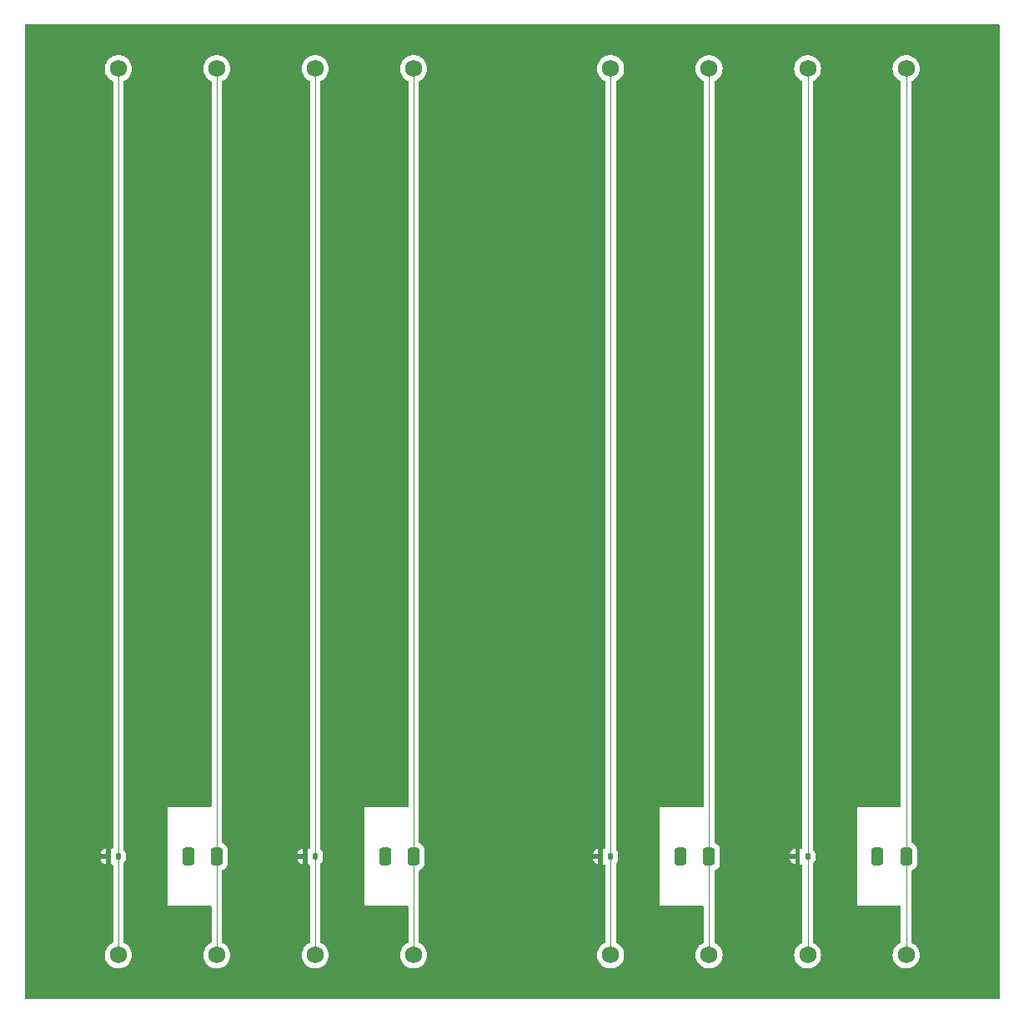
<source format=gbr>
%TF.GenerationSoftware,KiCad,Pcbnew,8.0.3*%
%TF.CreationDate,2024-06-16T14:00:47-05:00*%
%TF.ProjectId,jlcpcb flex RF,6a6c6370-6362-4206-966c-65782052462e,rev?*%
%TF.SameCoordinates,Original*%
%TF.FileFunction,Copper,L1,Top*%
%TF.FilePolarity,Positive*%
%FSLAX46Y46*%
G04 Gerber Fmt 4.6, Leading zero omitted, Abs format (unit mm)*
G04 Created by KiCad (PCBNEW 8.0.3) date 2024-06-16 14:00:47*
%MOMM*%
%LPD*%
G01*
G04 APERTURE LIST*
G04 Aperture macros list*
%AMRoundRect*
0 Rectangle with rounded corners*
0 $1 Rounding radius*
0 $2 $3 $4 $5 $6 $7 $8 $9 X,Y pos of 4 corners*
0 Add a 4 corners polygon primitive as box body*
4,1,4,$2,$3,$4,$5,$6,$7,$8,$9,$2,$3,0*
0 Add four circle primitives for the rounded corners*
1,1,$1+$1,$2,$3*
1,1,$1+$1,$4,$5*
1,1,$1+$1,$6,$7*
1,1,$1+$1,$8,$9*
0 Add four rect primitives between the rounded corners*
20,1,$1+$1,$2,$3,$4,$5,0*
20,1,$1+$1,$4,$5,$6,$7,0*
20,1,$1+$1,$6,$7,$8,$9,0*
20,1,$1+$1,$8,$9,$2,$3,0*%
%AMFreePoly0*
4,1,25,-1.500000,1.420000,-1.360000,1.280000,-1.205000,1.155000,-1.035000,1.045000,-0.860000,0.950000,-0.675000,0.875000,-0.480000,0.820000,-0.280000,0.780000,-0.085000,0.765000,0.085000,0.765000,0.280000,0.780000,0.480000,0.820000,0.675000,0.875000,0.860000,0.950000,1.035000,1.045000,1.205000,1.155000,1.360000,1.280000,1.500000,1.420000,1.645000,1.595000,3.555000,1.595000,
3.555000,-0.755000,-3.555000,-0.755000,-3.555000,1.595000,-1.645000,1.595000,-1.500000,1.420000,-1.500000,1.420000,$1*%
G04 Aperture macros list end*
%TA.AperFunction,SMDPad,CuDef*%
%ADD10RoundRect,0.250000X-0.350000X-0.650000X0.350000X-0.650000X0.350000X0.650000X-0.350000X0.650000X0*%
%TD*%
%TA.AperFunction,SMDPad,CuDef*%
%ADD11RoundRect,0.135000X0.135000X0.185000X-0.135000X0.185000X-0.135000X-0.185000X0.135000X-0.185000X0*%
%TD*%
%TA.AperFunction,SMDPad,CuDef*%
%ADD12C,1.730000*%
%TD*%
%TA.AperFunction,SMDPad,CuDef*%
%ADD13FreePoly0,270.000000*%
%TD*%
%TA.AperFunction,SMDPad,CuDef*%
%ADD14FreePoly0,90.000000*%
%TD*%
%TA.AperFunction,ViaPad*%
%ADD15C,0.600000*%
%TD*%
%TA.AperFunction,Conductor*%
%ADD16C,0.050800*%
%TD*%
%TA.AperFunction,Conductor*%
%ADD17C,0.076200*%
%TD*%
G04 APERTURE END LIST*
D10*
%TO.P,AE2,1,FEED*%
%TO.N,unconnected-(AE2-FEED-Pad1)*%
X87100000Y-135000000D03*
%TO.P,AE2,2,PCB_Trace*%
%TO.N,Net-(AE2-PCB_Trace)*%
X90000000Y-135000000D03*
%TD*%
D11*
%TO.P,R2,1*%
%TO.N,Net-(J13-In)*%
X130000000Y-135000000D03*
%TO.P,R2,2*%
%TO.N,GND*%
X128980000Y-135000000D03*
%TD*%
D12*
%TO.P,J8,1,In*%
%TO.N,Net-(AE2-PCB_Trace)*%
X90000000Y-145000000D03*
D13*
%TO.P,J8,2,Ext*%
%TO.N,GND*%
X87200000Y-145000000D03*
D14*
X92800000Y-145000000D03*
%TD*%
D10*
%TO.P,AE4,1,FEED*%
%TO.N,unconnected-(AE4-FEED-Pad1)*%
X137100000Y-135000000D03*
%TO.P,AE4,2,PCB_Trace*%
%TO.N,Net-(AE4-PCB_Trace)*%
X140000000Y-135000000D03*
%TD*%
D12*
%TO.P,J16,1,In*%
%TO.N,Net-(AE4-PCB_Trace)*%
X140000000Y-145000000D03*
D13*
%TO.P,J16,2,Ext*%
%TO.N,GND*%
X137200000Y-145000000D03*
D14*
X142800000Y-145000000D03*
%TD*%
D11*
%TO.P,R1,1*%
%TO.N,Net-(J10-In)*%
X110000000Y-135000000D03*
%TO.P,R1,2*%
%TO.N,GND*%
X108980000Y-135000000D03*
%TD*%
D12*
%TO.P,J9,1,In*%
%TO.N,Net-(J10-In)*%
X110000000Y-55000000D03*
D13*
%TO.P,J9,2,Ext*%
%TO.N,GND*%
X107200000Y-55000000D03*
D14*
X112800000Y-55000000D03*
%TD*%
D12*
%TO.P,J4,1,In*%
%TO.N,Net-(AE1-PCB_Trace)*%
X70000000Y-145000000D03*
D13*
%TO.P,J4,2,Ext*%
%TO.N,GND*%
X67200000Y-145000000D03*
D14*
X72800000Y-145000000D03*
%TD*%
D12*
%TO.P,J7,1,In*%
%TO.N,Net-(AE2-PCB_Trace)*%
X90000000Y-55000000D03*
D13*
%TO.P,J7,2,Ext*%
%TO.N,GND*%
X87200000Y-55000000D03*
D14*
X92800000Y-55000000D03*
%TD*%
D12*
%TO.P,J3,1,In*%
%TO.N,Net-(AE1-PCB_Trace)*%
X70000000Y-55000000D03*
D13*
%TO.P,J3,2,Ext*%
%TO.N,GND*%
X67200000Y-55000000D03*
D14*
X72800000Y-55000000D03*
%TD*%
D12*
%TO.P,J11,1,In*%
%TO.N,Net-(AE3-PCB_Trace)*%
X120000000Y-55000000D03*
D13*
%TO.P,J11,2,Ext*%
%TO.N,GND*%
X117200000Y-55000000D03*
D14*
X122800000Y-55000000D03*
%TD*%
D12*
%TO.P,J10,1,In*%
%TO.N,Net-(J10-In)*%
X110000000Y-145000000D03*
D13*
%TO.P,J10,2,Ext*%
%TO.N,GND*%
X107200000Y-145000000D03*
D14*
X112800000Y-145000000D03*
%TD*%
D12*
%TO.P,J14,1,In*%
%TO.N,Net-(J13-In)*%
X130000000Y-145000000D03*
D13*
%TO.P,J14,2,Ext*%
%TO.N,GND*%
X127200000Y-145000000D03*
D14*
X132800000Y-145000000D03*
%TD*%
D12*
%TO.P,J15,1,In*%
%TO.N,Net-(AE4-PCB_Trace)*%
X140000000Y-55000000D03*
D13*
%TO.P,J15,2,Ext*%
%TO.N,GND*%
X137200000Y-55000000D03*
D14*
X142800000Y-55000000D03*
%TD*%
D10*
%TO.P,AE1,1,FEED*%
%TO.N,unconnected-(AE1-FEED-Pad1)*%
X67100000Y-135000000D03*
%TO.P,AE1,2,PCB_Trace*%
%TO.N,Net-(AE1-PCB_Trace)*%
X70000000Y-135000000D03*
%TD*%
D12*
%TO.P,J12,1,In*%
%TO.N,Net-(AE3-PCB_Trace)*%
X120000000Y-145000000D03*
D13*
%TO.P,J12,2,Ext*%
%TO.N,GND*%
X117200000Y-145000000D03*
D14*
X122800000Y-145000000D03*
%TD*%
D11*
%TO.P,R6,1*%
%TO.N,Net-(J5-In)*%
X80000000Y-135000000D03*
%TO.P,R6,2*%
%TO.N,GND*%
X78980000Y-135000000D03*
%TD*%
D12*
%TO.P,J6,1,In*%
%TO.N,Net-(J5-In)*%
X80000000Y-145000000D03*
D13*
%TO.P,J6,2,Ext*%
%TO.N,GND*%
X77200000Y-145000000D03*
D14*
X82800000Y-145000000D03*
%TD*%
D12*
%TO.P,J2,1,In*%
%TO.N,Net-(J1-In)*%
X60000000Y-145000000D03*
D13*
%TO.P,J2,2,Ext*%
%TO.N,GND*%
X57200000Y-145000000D03*
D14*
X62800000Y-145000000D03*
%TD*%
D11*
%TO.P,R3,1*%
%TO.N,Net-(J1-In)*%
X60000000Y-135000000D03*
%TO.P,R3,2*%
%TO.N,GND*%
X58980000Y-135000000D03*
%TD*%
D10*
%TO.P,AE3,1,FEED*%
%TO.N,unconnected-(AE3-FEED-Pad1)*%
X117100000Y-135000000D03*
%TO.P,AE3,2,PCB_Trace*%
%TO.N,Net-(AE3-PCB_Trace)*%
X120000000Y-135000000D03*
%TD*%
D12*
%TO.P,J13,1,In*%
%TO.N,Net-(J13-In)*%
X130000000Y-55000000D03*
D13*
%TO.P,J13,2,Ext*%
%TO.N,GND*%
X127200000Y-55000000D03*
D14*
X132800000Y-55000000D03*
%TD*%
D12*
%TO.P,J1,1,In*%
%TO.N,Net-(J1-In)*%
X60000000Y-55000000D03*
D13*
%TO.P,J1,2,Ext*%
%TO.N,GND*%
X57200000Y-55000000D03*
D14*
X62800000Y-55000000D03*
%TD*%
D12*
%TO.P,J5,1,In*%
%TO.N,Net-(J5-In)*%
X80000000Y-55000000D03*
D13*
%TO.P,J5,2,Ext*%
%TO.N,GND*%
X77200000Y-55000000D03*
D14*
X82800000Y-55000000D03*
%TD*%
D15*
%TO.N,GND*%
X81000000Y-133000000D03*
X66000000Y-52000000D03*
X96000000Y-68000000D03*
X98000000Y-132000000D03*
X67000000Y-59000000D03*
X129000000Y-89000000D03*
X59000000Y-63000000D03*
X92000000Y-68000000D03*
X122000000Y-108000000D03*
X133000000Y-123000000D03*
X97000000Y-55000000D03*
X124000000Y-84000000D03*
X96000000Y-100000000D03*
X145000000Y-111000000D03*
X100000000Y-110000000D03*
X85000000Y-83000000D03*
X61000000Y-119000000D03*
X54000000Y-56000000D03*
X77000000Y-137000000D03*
X134000000Y-66000000D03*
X141000000Y-149000000D03*
X107000000Y-67000000D03*
X132000000Y-136000000D03*
X93000000Y-61000000D03*
X128000000Y-138000000D03*
X75000000Y-85000000D03*
X137000000Y-87000000D03*
X62000000Y-90000000D03*
X105000000Y-99000000D03*
X65000000Y-71000000D03*
X111000000Y-117000000D03*
X108000000Y-132000000D03*
X129000000Y-79000000D03*
X97000000Y-109000000D03*
X119000000Y-61000000D03*
X104000000Y-132000000D03*
X144000000Y-142000000D03*
X138000000Y-70000000D03*
X69000000Y-113000000D03*
X101000000Y-147000000D03*
X127000000Y-85000000D03*
X56000000Y-128000000D03*
X93000000Y-85000000D03*
X84000000Y-58000000D03*
X66000000Y-100000000D03*
X114000000Y-104000000D03*
X123000000Y-101000000D03*
X115000000Y-115000000D03*
X51000000Y-117000000D03*
X116000000Y-148000000D03*
X100000000Y-90000000D03*
X93000000Y-75000000D03*
X99000000Y-79000000D03*
X66000000Y-106000000D03*
X109000000Y-67000000D03*
X81000000Y-139000000D03*
X146000000Y-112000000D03*
X98000000Y-58000000D03*
X108000000Y-96000000D03*
X87000000Y-115000000D03*
X109000000Y-97000000D03*
X133000000Y-149000000D03*
X106000000Y-118000000D03*
X75000000Y-141000000D03*
X148000000Y-118000000D03*
X69000000Y-87000000D03*
X53000000Y-105000000D03*
X98000000Y-104000000D03*
X85000000Y-57000000D03*
X88000000Y-108000000D03*
X131000000Y-71000000D03*
X132000000Y-118000000D03*
X105000000Y-105000000D03*
X64000000Y-82000000D03*
X121000000Y-127000000D03*
X57000000Y-51000000D03*
X106000000Y-60000000D03*
X94000000Y-116000000D03*
X147000000Y-119000000D03*
X107000000Y-99000000D03*
X144000000Y-116000000D03*
X81000000Y-67000000D03*
X53000000Y-93000000D03*
X91000000Y-73000000D03*
X123000000Y-87000000D03*
X96000000Y-60000000D03*
X53000000Y-131000000D03*
X93000000Y-99000000D03*
X131000000Y-85000000D03*
X66000000Y-144000000D03*
X53000000Y-77000000D03*
X141000000Y-91000000D03*
X114000000Y-146000000D03*
X61000000Y-51000000D03*
X53000000Y-111000000D03*
X55000000Y-53000000D03*
X139000000Y-111000000D03*
X144000000Y-122000000D03*
X113000000Y-81000000D03*
X73000000Y-139000000D03*
X75000000Y-111000000D03*
X53000000Y-69000000D03*
X125000000Y-103000000D03*
X139000000Y-129000000D03*
X95000000Y-131000000D03*
X75000000Y-89000000D03*
X107000000Y-71000000D03*
X146000000Y-142000000D03*
X132000000Y-106000000D03*
X106000000Y-100000000D03*
X107000000Y-115000000D03*
X103000000Y-61000000D03*
X61000000Y-149000000D03*
X51000000Y-133000000D03*
X127000000Y-113000000D03*
X115000000Y-89000000D03*
X109000000Y-149000000D03*
X136000000Y-54000000D03*
X77000000Y-71000000D03*
X100000000Y-70000000D03*
X94000000Y-84000000D03*
X53000000Y-113000000D03*
X133000000Y-139000000D03*
X134000000Y-60000000D03*
X113000000Y-89000000D03*
X112000000Y-98000000D03*
X89000000Y-79000000D03*
X51000000Y-119000000D03*
X146000000Y-82000000D03*
X118000000Y-90000000D03*
X133000000Y-99000000D03*
X141000000Y-123000000D03*
X67000000Y-115000000D03*
X65000000Y-95000000D03*
X93000000Y-73000000D03*
X78000000Y-90000000D03*
X58000000Y-72000000D03*
X103000000Y-97000000D03*
X54000000Y-94000000D03*
X67000000Y-79000000D03*
X114000000Y-76000000D03*
X131000000Y-91000000D03*
X91000000Y-139000000D03*
X96000000Y-86000000D03*
X106000000Y-84000000D03*
X137000000Y-67000000D03*
X98000000Y-136000000D03*
X136000000Y-72000000D03*
X113000000Y-109000000D03*
X73000000Y-75000000D03*
X112000000Y-110000000D03*
X53000000Y-85000000D03*
X103000000Y-137000000D03*
X149000000Y-101000000D03*
X142000000Y-130000000D03*
X97000000Y-129000000D03*
X68000000Y-120000000D03*
X79000000Y-77000000D03*
X79000000Y-105000000D03*
X114000000Y-138000000D03*
X74000000Y-118000000D03*
X134000000Y-88000000D03*
X137000000Y-119000000D03*
X89000000Y-103000000D03*
X91000000Y-129000000D03*
X139000000Y-85000000D03*
X109000000Y-137000000D03*
X100000000Y-96000000D03*
X113000000Y-67000000D03*
X71000000Y-111000000D03*
X54000000Y-116000000D03*
X73000000Y-123000000D03*
X59000000Y-61000000D03*
X67000000Y-107000000D03*
X63000000Y-117000000D03*
X98000000Y-64000000D03*
X76000000Y-62000000D03*
X64000000Y-92000000D03*
X143000000Y-103000000D03*
X89000000Y-89000000D03*
X127000000Y-139000000D03*
X79000000Y-63000000D03*
X116000000Y-66000000D03*
X88000000Y-70000000D03*
X102000000Y-68000000D03*
X129000000Y-91000000D03*
X76000000Y-70000000D03*
X51000000Y-143000000D03*
X126000000Y-96000000D03*
X96000000Y-110000000D03*
X142000000Y-106000000D03*
X78000000Y-66000000D03*
X146000000Y-108000000D03*
X62000000Y-140000000D03*
X69000000Y-95000000D03*
X85000000Y-127000000D03*
X61000000Y-61000000D03*
X139000000Y-99000000D03*
X103000000Y-113000000D03*
X99000000Y-117000000D03*
X96000000Y-106000000D03*
X109000000Y-141000000D03*
X141000000Y-115000000D03*
X117000000Y-93000000D03*
X107000000Y-113000000D03*
X87000000Y-109000000D03*
X143000000Y-109000000D03*
X145000000Y-123000000D03*
X66000000Y-116000000D03*
X54000000Y-76000000D03*
X100000000Y-134000000D03*
X134000000Y-90000000D03*
X104000000Y-68000000D03*
X143000000Y-81000000D03*
X54000000Y-146000000D03*
X148000000Y-112000000D03*
X99000000Y-89000000D03*
X144000000Y-60000000D03*
X141000000Y-81000000D03*
X145000000Y-85000000D03*
X85000000Y-125000000D03*
X81000000Y-87000000D03*
X116000000Y-128000000D03*
X103000000Y-65000000D03*
X52000000Y-132000000D03*
X121000000Y-91000000D03*
X84000000Y-122000000D03*
X123000000Y-51000000D03*
X65000000Y-123000000D03*
X85000000Y-147000000D03*
X118000000Y-82000000D03*
X129000000Y-51000000D03*
X66000000Y-112000000D03*
X107000000Y-107000000D03*
X73000000Y-137000000D03*
X76000000Y-56000000D03*
X95000000Y-95000000D03*
X139000000Y-73000000D03*
X142000000Y-110000000D03*
X52000000Y-124000000D03*
X146000000Y-134000000D03*
X79000000Y-149000000D03*
X79000000Y-81000000D03*
X61000000Y-67000000D03*
X143000000Y-119000000D03*
X78000000Y-134000000D03*
X147000000Y-53000000D03*
X81000000Y-123000000D03*
X144000000Y-130000000D03*
X106000000Y-134000000D03*
X79000000Y-133000000D03*
X87000000Y-81000000D03*
X107000000Y-103000000D03*
X147000000Y-95000000D03*
X148000000Y-106000000D03*
X74000000Y-84000000D03*
X91000000Y-65000000D03*
X72000000Y-68000000D03*
X112000000Y-126000000D03*
X102000000Y-66000000D03*
X148000000Y-80000000D03*
X145000000Y-89000000D03*
X121000000Y-87000000D03*
X97000000Y-145000000D03*
X106000000Y-90000000D03*
X143000000Y-139000000D03*
X112000000Y-116000000D03*
X104000000Y-60000000D03*
X59000000Y-115000000D03*
X99000000Y-55000000D03*
X92000000Y-132000000D03*
X82000000Y-134000000D03*
X109000000Y-107000000D03*
X107000000Y-119000000D03*
X58000000Y-90000000D03*
X88000000Y-74000000D03*
X79000000Y-73000000D03*
X115000000Y-59000000D03*
X112000000Y-92000000D03*
X132000000Y-70000000D03*
X51000000Y-147000000D03*
X108000000Y-136000000D03*
X83000000Y-141000000D03*
X131000000Y-59000000D03*
X106000000Y-110000000D03*
X91000000Y-123000000D03*
X102000000Y-98000000D03*
X75000000Y-137000000D03*
X123000000Y-115000000D03*
X134000000Y-92000000D03*
X125000000Y-107000000D03*
X89000000Y-123000000D03*
X65000000Y-111000000D03*
X84000000Y-114000000D03*
X56000000Y-96000000D03*
X119000000Y-123000000D03*
X141000000Y-129000000D03*
X73000000Y-117000000D03*
X122000000Y-82000000D03*
X86000000Y-110000000D03*
X85000000Y-117000000D03*
X114000000Y-60000000D03*
X76000000Y-124000000D03*
X128000000Y-70000000D03*
X143000000Y-97000000D03*
X59000000Y-127000000D03*
X133000000Y-129000000D03*
X129000000Y-63000000D03*
X98000000Y-66000000D03*
X145000000Y-115000000D03*
X143000000Y-133000000D03*
X115000000Y-111000000D03*
X94000000Y-138000000D03*
X136000000Y-70000000D03*
X100000000Y-78000000D03*
X117000000Y-119000000D03*
X75000000Y-83000000D03*
X105000000Y-147000000D03*
X148000000Y-142000000D03*
X113000000Y-51000000D03*
X89000000Y-73000000D03*
X124000000Y-64000000D03*
X107000000Y-83000000D03*
X59000000Y-87000000D03*
X144000000Y-98000000D03*
X87000000Y-127000000D03*
X112000000Y-96000000D03*
X125000000Y-139000000D03*
X56000000Y-98000000D03*
X107000000Y-149000000D03*
X109000000Y-93000000D03*
X122000000Y-128000000D03*
X92000000Y-140000000D03*
X53000000Y-83000000D03*
X62000000Y-72000000D03*
X132000000Y-94000000D03*
X89000000Y-121000000D03*
X53000000Y-147000000D03*
X83000000Y-89000000D03*
X131000000Y-125000000D03*
X97000000Y-63000000D03*
X115000000Y-73000000D03*
X73000000Y-65000000D03*
X59000000Y-83000000D03*
X52000000Y-138000000D03*
X115000000Y-109000000D03*
X79000000Y-127000000D03*
X83000000Y-69000000D03*
X72000000Y-94000000D03*
X106000000Y-148000000D03*
X129000000Y-119000000D03*
X111000000Y-149000000D03*
X85000000Y-89000000D03*
X88000000Y-110000000D03*
X106000000Y-126000000D03*
X64000000Y-106000000D03*
X72000000Y-66000000D03*
X114000000Y-86000000D03*
X68000000Y-98000000D03*
X107000000Y-131000000D03*
X123000000Y-123000000D03*
X113000000Y-75000000D03*
X55000000Y-57000000D03*
X77000000Y-99000000D03*
X125000000Y-123000000D03*
X85000000Y-61000000D03*
X61000000Y-89000000D03*
X98000000Y-96000000D03*
X91000000Y-111000000D03*
X129000000Y-101000000D03*
X75000000Y-115000000D03*
X102000000Y-64000000D03*
X97000000Y-67000000D03*
X135000000Y-61000000D03*
X117000000Y-95000000D03*
X136000000Y-84000000D03*
X124000000Y-138000000D03*
X134000000Y-122000000D03*
X82000000Y-122000000D03*
X136000000Y-124000000D03*
X96000000Y-128000000D03*
X114000000Y-130000000D03*
X92000000Y-110000000D03*
X101000000Y-83000000D03*
X136000000Y-88000000D03*
X94000000Y-132000000D03*
X132000000Y-66000000D03*
X65000000Y-61000000D03*
X133000000Y-69000000D03*
X59000000Y-79000000D03*
X61000000Y-69000000D03*
X65000000Y-129000000D03*
X115000000Y-107000000D03*
X147000000Y-121000000D03*
X63000000Y-67000000D03*
X55000000Y-131000000D03*
X61000000Y-125000000D03*
X147000000Y-75000000D03*
X82000000Y-82000000D03*
X77000000Y-119000000D03*
X115000000Y-85000000D03*
X118000000Y-88000000D03*
X100000000Y-116000000D03*
X98000000Y-56000000D03*
X149000000Y-61000000D03*
X99000000Y-95000000D03*
X141000000Y-95000000D03*
X139000000Y-119000000D03*
X135000000Y-71000000D03*
X103000000Y-125000000D03*
X98000000Y-122000000D03*
X141000000Y-67000000D03*
X105000000Y-115000000D03*
X126000000Y-140000000D03*
X138000000Y-66000000D03*
X102000000Y-76000000D03*
X67000000Y-95000000D03*
X136000000Y-146000000D03*
X145000000Y-133000000D03*
X91000000Y-59000000D03*
X115000000Y-93000000D03*
X104000000Y-144000000D03*
X123000000Y-91000000D03*
X71000000Y-127000000D03*
X103000000Y-67000000D03*
X61000000Y-133000000D03*
X139000000Y-115000000D03*
X52000000Y-136000000D03*
X58000000Y-68000000D03*
X106000000Y-116000000D03*
X105000000Y-51000000D03*
X91000000Y-101000000D03*
X145000000Y-109000000D03*
X138000000Y-108000000D03*
X105000000Y-143000000D03*
X104000000Y-128000000D03*
X135000000Y-141000000D03*
X107000000Y-127000000D03*
X113000000Y-137000000D03*
X149000000Y-79000000D03*
X83000000Y-79000000D03*
X65000000Y-51000000D03*
X102000000Y-54000000D03*
X87000000Y-63000000D03*
X144000000Y-74000000D03*
X125000000Y-63000000D03*
X51000000Y-67000000D03*
X100000000Y-138000000D03*
X119000000Y-59000000D03*
X75000000Y-77000000D03*
X97000000Y-71000000D03*
X59000000Y-75000000D03*
X83000000Y-125000000D03*
X144000000Y-120000000D03*
X124000000Y-114000000D03*
X85000000Y-145000000D03*
X57000000Y-79000000D03*
X117000000Y-99000000D03*
X65000000Y-107000000D03*
X86000000Y-52000000D03*
X54000000Y-64000000D03*
X143000000Y-91000000D03*
X106000000Y-88000000D03*
X75000000Y-117000000D03*
X109000000Y-65000000D03*
X147000000Y-127000000D03*
X56000000Y-78000000D03*
X102000000Y-78000000D03*
X76000000Y-92000000D03*
X66000000Y-82000000D03*
X133000000Y-83000000D03*
X95000000Y-99000000D03*
X79000000Y-99000000D03*
X133000000Y-135000000D03*
X62000000Y-88000000D03*
X93000000Y-51000000D03*
X75000000Y-57000000D03*
X51000000Y-123000000D03*
X125000000Y-61000000D03*
X135000000Y-97000000D03*
X100000000Y-92000000D03*
X62000000Y-114000000D03*
X57000000Y-135000000D03*
X145000000Y-137000000D03*
X131000000Y-129000000D03*
X109000000Y-119000000D03*
X135000000Y-129000000D03*
X112000000Y-134000000D03*
X147000000Y-97000000D03*
X143000000Y-77000000D03*
X148000000Y-126000000D03*
X145000000Y-61000000D03*
X148000000Y-84000000D03*
X69000000Y-67000000D03*
X96000000Y-92000000D03*
X136000000Y-148000000D03*
X105000000Y-127000000D03*
X132000000Y-138000000D03*
X116000000Y-54000000D03*
X74000000Y-74000000D03*
X74000000Y-52000000D03*
X72000000Y-84000000D03*
X62000000Y-78000000D03*
X149000000Y-67000000D03*
X73000000Y-99000000D03*
X132000000Y-124000000D03*
X56000000Y-132000000D03*
X76000000Y-142000000D03*
X97000000Y-101000000D03*
X95000000Y-83000000D03*
X111000000Y-63000000D03*
X125000000Y-115000000D03*
X104000000Y-66000000D03*
X74000000Y-140000000D03*
X144000000Y-114000000D03*
X105000000Y-111000000D03*
X127000000Y-105000000D03*
X135000000Y-113000000D03*
X64000000Y-52000000D03*
X106000000Y-124000000D03*
X133000000Y-89000000D03*
X101000000Y-125000000D03*
X97000000Y-147000000D03*
X86000000Y-142000000D03*
X114000000Y-92000000D03*
X85000000Y-93000000D03*
X106000000Y-86000000D03*
X94000000Y-96000000D03*
X63000000Y-75000000D03*
X101000000Y-145000000D03*
X96000000Y-104000000D03*
X57000000Y-129000000D03*
X93000000Y-71000000D03*
X77000000Y-81000000D03*
X136000000Y-94000000D03*
X103000000Y-87000000D03*
X99000000Y-123000000D03*
X73000000Y-77000000D03*
X52000000Y-140000000D03*
X72000000Y-134000000D03*
X108000000Y-68000000D03*
X145000000Y-69000000D03*
X112000000Y-76000000D03*
X55000000Y-129000000D03*
X99000000Y-67000000D03*
X112000000Y-94000000D03*
X108000000Y-88000000D03*
X126000000Y-90000000D03*
X138000000Y-116000000D03*
X79000000Y-65000000D03*
X74000000Y-62000000D03*
X51000000Y-131000000D03*
X85000000Y-121000000D03*
X125000000Y-59000000D03*
X57000000Y-81000000D03*
X105000000Y-85000000D03*
X104000000Y-136000000D03*
X100000000Y-72000000D03*
X124000000Y-104000000D03*
X136000000Y-64000000D03*
X107000000Y-89000000D03*
X91000000Y-63000000D03*
X75000000Y-149000000D03*
X94000000Y-102000000D03*
X134000000Y-96000000D03*
X135000000Y-67000000D03*
X57000000Y-115000000D03*
X64000000Y-136000000D03*
X82000000Y-128000000D03*
X106000000Y-108000000D03*
X135000000Y-101000000D03*
X133000000Y-87000000D03*
X112000000Y-114000000D03*
X100000000Y-114000000D03*
X72000000Y-132000000D03*
X88000000Y-78000000D03*
X65000000Y-67000000D03*
X142000000Y-112000000D03*
X101000000Y-107000000D03*
X117000000Y-107000000D03*
X127000000Y-103000000D03*
X114000000Y-100000000D03*
X144000000Y-66000000D03*
X61000000Y-63000000D03*
X78000000Y-106000000D03*
X63000000Y-91000000D03*
X129000000Y-81000000D03*
X71000000Y-65000000D03*
X51000000Y-139000000D03*
X98000000Y-144000000D03*
X108000000Y-120000000D03*
X124000000Y-136000000D03*
X75000000Y-145000000D03*
X102000000Y-144000000D03*
X93000000Y-109000000D03*
X74000000Y-146000000D03*
X114000000Y-90000000D03*
X84000000Y-138000000D03*
X84000000Y-94000000D03*
X97000000Y-135000000D03*
X99000000Y-63000000D03*
X91000000Y-71000000D03*
X66000000Y-98000000D03*
X99000000Y-53000000D03*
X114000000Y-110000000D03*
X139000000Y-123000000D03*
X94000000Y-90000000D03*
X64000000Y-148000000D03*
X114000000Y-80000000D03*
X78000000Y-60000000D03*
X147000000Y-137000000D03*
X134000000Y-94000000D03*
X106000000Y-64000000D03*
X105000000Y-121000000D03*
X79000000Y-79000000D03*
X145000000Y-63000000D03*
X82000000Y-138000000D03*
X148000000Y-108000000D03*
X74000000Y-56000000D03*
X72000000Y-80000000D03*
X127000000Y-95000000D03*
X63000000Y-63000000D03*
X136000000Y-68000000D03*
X107000000Y-63000000D03*
X54000000Y-82000000D03*
X71000000Y-67000000D03*
X56000000Y-102000000D03*
X82000000Y-108000000D03*
X138000000Y-64000000D03*
X69000000Y-107000000D03*
X141000000Y-127000000D03*
X87000000Y-97000000D03*
X59000000Y-109000000D03*
X126000000Y-132000000D03*
X148000000Y-136000000D03*
X137000000Y-73000000D03*
X141000000Y-63000000D03*
X128000000Y-120000000D03*
X65000000Y-127000000D03*
X86000000Y-68000000D03*
X55000000Y-123000000D03*
X129000000Y-141000000D03*
X84000000Y-80000000D03*
X114000000Y-64000000D03*
X73000000Y-63000000D03*
X87000000Y-107000000D03*
X129000000Y-87000000D03*
X66000000Y-122000000D03*
X146000000Y-84000000D03*
X127000000Y-67000000D03*
X86000000Y-76000000D03*
X94000000Y-78000000D03*
X91000000Y-89000000D03*
X147000000Y-87000000D03*
X133000000Y-51000000D03*
X86000000Y-64000000D03*
X62000000Y-108000000D03*
X116000000Y-52000000D03*
X59000000Y-105000000D03*
X66000000Y-96000000D03*
X89000000Y-69000000D03*
X94000000Y-54000000D03*
X59000000Y-121000000D03*
X77000000Y-109000000D03*
X69000000Y-63000000D03*
X56000000Y-60000000D03*
X141000000Y-125000000D03*
X74000000Y-126000000D03*
X91000000Y-51000000D03*
X147000000Y-91000000D03*
X145000000Y-93000000D03*
X94000000Y-88000000D03*
X77000000Y-117000000D03*
X67000000Y-51000000D03*
X96000000Y-120000000D03*
X76000000Y-86000000D03*
X149000000Y-83000000D03*
X112000000Y-90000000D03*
X65000000Y-97000000D03*
X146000000Y-124000000D03*
X115000000Y-55000000D03*
X114000000Y-116000000D03*
X149000000Y-115000000D03*
X113000000Y-83000000D03*
X61000000Y-113000000D03*
X116000000Y-118000000D03*
X94000000Y-68000000D03*
X113000000Y-123000000D03*
X55000000Y-103000000D03*
X94000000Y-128000000D03*
X115000000Y-95000000D03*
X100000000Y-122000000D03*
X98000000Y-54000000D03*
X101000000Y-53000000D03*
X74000000Y-136000000D03*
X117000000Y-101000000D03*
X78000000Y-140000000D03*
X92000000Y-106000000D03*
X137000000Y-61000000D03*
X134000000Y-98000000D03*
X109000000Y-139000000D03*
X71000000Y-95000000D03*
X92000000Y-92000000D03*
X137000000Y-127000000D03*
X79000000Y-111000000D03*
X106000000Y-138000000D03*
X73000000Y-93000000D03*
X113000000Y-127000000D03*
X133000000Y-63000000D03*
X102000000Y-136000000D03*
X134000000Y-108000000D03*
X139000000Y-71000000D03*
X113000000Y-129000000D03*
X69000000Y-97000000D03*
X61000000Y-107000000D03*
X104000000Y-146000000D03*
X94000000Y-60000000D03*
X147000000Y-125000000D03*
X103000000Y-51000000D03*
X141000000Y-79000000D03*
X126000000Y-116000000D03*
X76000000Y-146000000D03*
X54000000Y-126000000D03*
X145000000Y-119000000D03*
X147000000Y-63000000D03*
X109000000Y-59000000D03*
X92000000Y-64000000D03*
X145000000Y-147000000D03*
X98000000Y-74000000D03*
X55000000Y-75000000D03*
X148000000Y-146000000D03*
X51000000Y-101000000D03*
X107000000Y-77000000D03*
X148000000Y-144000000D03*
X142000000Y-90000000D03*
X126000000Y-146000000D03*
X81000000Y-121000000D03*
X95000000Y-73000000D03*
X59000000Y-67000000D03*
X85000000Y-129000000D03*
X97000000Y-79000000D03*
X87000000Y-77000000D03*
X133000000Y-59000000D03*
X132000000Y-130000000D03*
X79000000Y-95000000D03*
X126000000Y-80000000D03*
X61000000Y-131000000D03*
X144000000Y-70000000D03*
X96000000Y-90000000D03*
X111000000Y-89000000D03*
X128000000Y-116000000D03*
X57000000Y-83000000D03*
X59000000Y-99000000D03*
X104000000Y-52000000D03*
X107000000Y-111000000D03*
X96000000Y-116000000D03*
X103000000Y-71000000D03*
X116000000Y-90000000D03*
X145000000Y-103000000D03*
X124000000Y-134000000D03*
X142000000Y-76000000D03*
X138000000Y-74000000D03*
X96000000Y-140000000D03*
X79000000Y-75000000D03*
X122000000Y-86000000D03*
X83000000Y-105000000D03*
X71000000Y-63000000D03*
X104000000Y-116000000D03*
X133000000Y-73000000D03*
X107000000Y-105000000D03*
X102000000Y-142000000D03*
X147000000Y-107000000D03*
X94000000Y-148000000D03*
X51000000Y-71000000D03*
X95000000Y-109000000D03*
X131000000Y-119000000D03*
X67000000Y-71000000D03*
X87000000Y-79000000D03*
X149000000Y-123000000D03*
X103000000Y-101000000D03*
X115000000Y-69000000D03*
X118000000Y-120000000D03*
X57000000Y-119000000D03*
X63000000Y-99000000D03*
X115000000Y-97000000D03*
X149000000Y-103000000D03*
X77000000Y-85000000D03*
X84000000Y-146000000D03*
X93000000Y-133000000D03*
X107000000Y-133000000D03*
X64000000Y-104000000D03*
X137000000Y-63000000D03*
X109000000Y-79000000D03*
X103000000Y-59000000D03*
X131000000Y-103000000D03*
X66000000Y-104000000D03*
X141000000Y-75000000D03*
X101000000Y-131000000D03*
X61000000Y-121000000D03*
X126000000Y-52000000D03*
X143000000Y-75000000D03*
X95000000Y-129000000D03*
X105000000Y-103000000D03*
X115000000Y-141000000D03*
X95000000Y-123000000D03*
X78000000Y-108000000D03*
X97000000Y-53000000D03*
X117000000Y-127000000D03*
X61000000Y-103000000D03*
X97000000Y-89000000D03*
X125000000Y-127000000D03*
X87000000Y-105000000D03*
X53000000Y-63000000D03*
X145000000Y-143000000D03*
X87000000Y-111000000D03*
X121000000Y-97000000D03*
X71000000Y-83000000D03*
X102000000Y-52000000D03*
X126000000Y-76000000D03*
X52000000Y-112000000D03*
X131000000Y-61000000D03*
X97000000Y-131000000D03*
X56000000Y-70000000D03*
X52000000Y-54000000D03*
X54000000Y-72000000D03*
X145000000Y-107000000D03*
X145000000Y-139000000D03*
X108000000Y-82000000D03*
X89000000Y-77000000D03*
X146000000Y-148000000D03*
X142000000Y-60000000D03*
X68000000Y-68000000D03*
X91000000Y-103000000D03*
X79000000Y-121000000D03*
X133000000Y-121000000D03*
X101000000Y-71000000D03*
X147000000Y-81000000D03*
X64000000Y-112000000D03*
X119000000Y-117000000D03*
X64000000Y-70000000D03*
X100000000Y-124000000D03*
X77000000Y-89000000D03*
X123000000Y-141000000D03*
X124000000Y-58000000D03*
X141000000Y-93000000D03*
X57000000Y-107000000D03*
X116000000Y-100000000D03*
X149000000Y-89000000D03*
X103000000Y-63000000D03*
X142000000Y-68000000D03*
X144000000Y-112000000D03*
X136000000Y-100000000D03*
X95000000Y-125000000D03*
X119000000Y-125000000D03*
X148000000Y-70000000D03*
X147000000Y-133000000D03*
X95000000Y-61000000D03*
X84000000Y-82000000D03*
X104000000Y-64000000D03*
X86000000Y-92000000D03*
X147000000Y-115000000D03*
X71000000Y-99000000D03*
X115000000Y-63000000D03*
X52000000Y-82000000D03*
X64000000Y-122000000D03*
X125000000Y-125000000D03*
X134000000Y-138000000D03*
X96000000Y-66000000D03*
X113000000Y-77000000D03*
X92000000Y-70000000D03*
X99000000Y-103000000D03*
X128000000Y-80000000D03*
X103000000Y-129000000D03*
X63000000Y-89000000D03*
X132000000Y-68000000D03*
X82000000Y-68000000D03*
X57000000Y-73000000D03*
X99000000Y-91000000D03*
X144000000Y-104000000D03*
X125000000Y-97000000D03*
X99000000Y-99000000D03*
X64000000Y-88000000D03*
X105000000Y-135000000D03*
X95000000Y-93000000D03*
X131000000Y-137000000D03*
X116000000Y-88000000D03*
X54000000Y-124000000D03*
X111000000Y-103000000D03*
X94000000Y-100000000D03*
X83000000Y-91000000D03*
X134000000Y-72000000D03*
X71000000Y-81000000D03*
X133000000Y-65000000D03*
X76000000Y-144000000D03*
X75000000Y-75000000D03*
X79000000Y-101000000D03*
X125000000Y-79000000D03*
X129000000Y-139000000D03*
X137000000Y-51000000D03*
X123000000Y-131000000D03*
X103000000Y-57000000D03*
X93000000Y-149000000D03*
X142000000Y-88000000D03*
X81000000Y-51000000D03*
X99000000Y-139000000D03*
X67000000Y-65000000D03*
X54000000Y-138000000D03*
X75000000Y-131000000D03*
X57000000Y-131000000D03*
X84000000Y-108000000D03*
X127000000Y-135000000D03*
X61000000Y-83000000D03*
X141000000Y-131000000D03*
X139000000Y-149000000D03*
X99000000Y-113000000D03*
X54000000Y-110000000D03*
X135000000Y-63000000D03*
X83000000Y-87000000D03*
X84000000Y-118000000D03*
X126000000Y-64000000D03*
X53000000Y-67000000D03*
X87000000Y-73000000D03*
X149000000Y-135000000D03*
X75000000Y-125000000D03*
X62000000Y-112000000D03*
X128000000Y-130000000D03*
X81000000Y-131000000D03*
X68000000Y-116000000D03*
X143000000Y-67000000D03*
X100000000Y-58000000D03*
X65000000Y-89000000D03*
X65000000Y-109000000D03*
X147000000Y-135000000D03*
X125000000Y-77000000D03*
X117000000Y-129000000D03*
X92000000Y-118000000D03*
X57000000Y-77000000D03*
X128000000Y-132000000D03*
X109000000Y-69000000D03*
X68000000Y-96000000D03*
X147000000Y-147000000D03*
X63000000Y-87000000D03*
X125000000Y-135000000D03*
X109000000Y-89000000D03*
X77000000Y-101000000D03*
X59000000Y-65000000D03*
X135000000Y-145000000D03*
X71000000Y-105000000D03*
X143000000Y-111000000D03*
X58000000Y-74000000D03*
X123000000Y-75000000D03*
X144000000Y-148000000D03*
X126000000Y-88000000D03*
X93000000Y-129000000D03*
X62000000Y-118000000D03*
X76000000Y-108000000D03*
X103000000Y-141000000D03*
X84000000Y-52000000D03*
X61000000Y-59000000D03*
X74000000Y-64000000D03*
X124000000Y-82000000D03*
X64000000Y-74000000D03*
X149000000Y-143000000D03*
X100000000Y-80000000D03*
X116000000Y-62000000D03*
X93000000Y-135000000D03*
X78000000Y-132000000D03*
X141000000Y-121000000D03*
X61000000Y-97000000D03*
X56000000Y-136000000D03*
X124000000Y-72000000D03*
X96000000Y-144000000D03*
X133000000Y-115000000D03*
X81000000Y-77000000D03*
X59000000Y-119000000D03*
X131000000Y-121000000D03*
X51000000Y-51000000D03*
X144000000Y-144000000D03*
X111000000Y-121000000D03*
X132000000Y-120000000D03*
X99000000Y-73000000D03*
X64000000Y-64000000D03*
X82000000Y-66000000D03*
X84000000Y-78000000D03*
X115000000Y-91000000D03*
X93000000Y-93000000D03*
X92000000Y-84000000D03*
X74000000Y-98000000D03*
X85000000Y-67000000D03*
X63000000Y-73000000D03*
X142000000Y-136000000D03*
X123000000Y-137000000D03*
X62000000Y-74000000D03*
X122000000Y-74000000D03*
X124000000Y-94000000D03*
X106000000Y-146000000D03*
X108000000Y-70000000D03*
X102000000Y-86000000D03*
X107000000Y-117000000D03*
X81000000Y-101000000D03*
X78000000Y-76000000D03*
X74000000Y-108000000D03*
X147000000Y-55000000D03*
X57000000Y-109000000D03*
X111000000Y-99000000D03*
X62000000Y-110000000D03*
X149000000Y-55000000D03*
X51000000Y-135000000D03*
X63000000Y-113000000D03*
X106000000Y-72000000D03*
X136000000Y-110000000D03*
X136000000Y-96000000D03*
X73000000Y-109000000D03*
X91000000Y-67000000D03*
X89000000Y-83000000D03*
X79000000Y-107000000D03*
X63000000Y-119000000D03*
X113000000Y-63000000D03*
X88000000Y-86000000D03*
X93000000Y-101000000D03*
X144000000Y-54000000D03*
X74000000Y-92000000D03*
X106000000Y-130000000D03*
X128000000Y-72000000D03*
X64000000Y-102000000D03*
X98000000Y-106000000D03*
X100000000Y-62000000D03*
X118000000Y-104000000D03*
X102000000Y-100000000D03*
X134000000Y-114000000D03*
X71000000Y-85000000D03*
X84000000Y-84000000D03*
X134000000Y-68000000D03*
X119000000Y-75000000D03*
X86000000Y-102000000D03*
X64000000Y-128000000D03*
X83000000Y-77000000D03*
X133000000Y-67000000D03*
X85000000Y-149000000D03*
X118000000Y-64000000D03*
X146000000Y-146000000D03*
X107000000Y-137000000D03*
X135000000Y-79000000D03*
X129000000Y-125000000D03*
X135000000Y-117000000D03*
X63000000Y-79000000D03*
X66000000Y-70000000D03*
X100000000Y-130000000D03*
X114000000Y-148000000D03*
X128000000Y-118000000D03*
X105000000Y-101000000D03*
X136000000Y-74000000D03*
X75000000Y-93000000D03*
X78000000Y-100000000D03*
X64000000Y-76000000D03*
X58000000Y-70000000D03*
X143000000Y-123000000D03*
X134000000Y-102000000D03*
X55000000Y-67000000D03*
X92000000Y-80000000D03*
X53000000Y-123000000D03*
X69000000Y-79000000D03*
X94000000Y-82000000D03*
X82000000Y-94000000D03*
X104000000Y-74000000D03*
X101000000Y-119000000D03*
X91000000Y-107000000D03*
X114000000Y-126000000D03*
X126000000Y-62000000D03*
X58000000Y-100000000D03*
X52000000Y-88000000D03*
X116000000Y-94000000D03*
X75000000Y-105000000D03*
X145000000Y-105000000D03*
X66000000Y-94000000D03*
X61000000Y-137000000D03*
X135000000Y-91000000D03*
X142000000Y-104000000D03*
X108000000Y-94000000D03*
X145000000Y-141000000D03*
X143000000Y-51000000D03*
X111000000Y-59000000D03*
X91000000Y-105000000D03*
X77000000Y-75000000D03*
X52000000Y-100000000D03*
X114000000Y-144000000D03*
X103000000Y-127000000D03*
X109000000Y-109000000D03*
X97000000Y-125000000D03*
X144000000Y-82000000D03*
X139000000Y-125000000D03*
X112000000Y-122000000D03*
X115000000Y-105000000D03*
X79000000Y-141000000D03*
X88000000Y-102000000D03*
X104000000Y-134000000D03*
X147000000Y-113000000D03*
X55000000Y-109000000D03*
X109000000Y-85000000D03*
X129000000Y-103000000D03*
X68000000Y-94000000D03*
X54000000Y-122000000D03*
X147000000Y-83000000D03*
X63000000Y-115000000D03*
X121000000Y-111000000D03*
X83000000Y-83000000D03*
X133000000Y-137000000D03*
X59000000Y-139000000D03*
X84000000Y-106000000D03*
X56000000Y-124000000D03*
X55000000Y-143000000D03*
X71000000Y-133000000D03*
X67000000Y-121000000D03*
X125000000Y-57000000D03*
X132000000Y-140000000D03*
X72000000Y-122000000D03*
X104000000Y-90000000D03*
X53000000Y-137000000D03*
X119000000Y-99000000D03*
X74000000Y-96000000D03*
X122000000Y-84000000D03*
X99000000Y-143000000D03*
X59000000Y-51000000D03*
X85000000Y-69000000D03*
X101000000Y-67000000D03*
X122000000Y-72000000D03*
X144000000Y-96000000D03*
X131000000Y-65000000D03*
X116000000Y-122000000D03*
X91000000Y-115000000D03*
X101000000Y-91000000D03*
X128000000Y-74000000D03*
X143000000Y-65000000D03*
X124000000Y-106000000D03*
X126000000Y-126000000D03*
X86000000Y-56000000D03*
X128000000Y-64000000D03*
X73000000Y-135000000D03*
X87000000Y-141000000D03*
X61000000Y-105000000D03*
X57000000Y-139000000D03*
X126000000Y-100000000D03*
X116000000Y-96000000D03*
X146000000Y-52000000D03*
X83000000Y-71000000D03*
X131000000Y-111000000D03*
X55000000Y-85000000D03*
X76000000Y-130000000D03*
X101000000Y-117000000D03*
X64000000Y-96000000D03*
X128000000Y-136000000D03*
X146000000Y-92000000D03*
X82000000Y-110000000D03*
X92000000Y-108000000D03*
X124000000Y-110000000D03*
X91000000Y-95000000D03*
X129000000Y-123000000D03*
X83000000Y-109000000D03*
X134000000Y-120000000D03*
X75000000Y-135000000D03*
X145000000Y-95000000D03*
X121000000Y-129000000D03*
X146000000Y-120000000D03*
X64000000Y-146000000D03*
X75000000Y-55000000D03*
X64000000Y-60000000D03*
X129000000Y-111000000D03*
X56000000Y-114000000D03*
X141000000Y-107000000D03*
X75000000Y-71000000D03*
X66000000Y-60000000D03*
X125000000Y-109000000D03*
X51000000Y-61000000D03*
X52000000Y-114000000D03*
X126000000Y-104000000D03*
X109000000Y-101000000D03*
X69000000Y-69000000D03*
X77000000Y-139000000D03*
X132000000Y-108000000D03*
X143000000Y-73000000D03*
X136000000Y-120000000D03*
X138000000Y-62000000D03*
X128000000Y-86000000D03*
X127000000Y-51000000D03*
X132000000Y-80000000D03*
X59000000Y-71000000D03*
X126000000Y-108000000D03*
X56000000Y-62000000D03*
X118000000Y-110000000D03*
X121000000Y-119000000D03*
X84000000Y-88000000D03*
X119000000Y-69000000D03*
X115000000Y-81000000D03*
X51000000Y-97000000D03*
X95000000Y-145000000D03*
X85000000Y-79000000D03*
X127000000Y-115000000D03*
X88000000Y-60000000D03*
X114000000Y-108000000D03*
X103000000Y-95000000D03*
X102000000Y-70000000D03*
X82000000Y-78000000D03*
X115000000Y-125000000D03*
X115000000Y-57000000D03*
X96000000Y-82000000D03*
X134000000Y-70000000D03*
X122000000Y-110000000D03*
X53000000Y-139000000D03*
X131000000Y-123000000D03*
X88000000Y-72000000D03*
X112000000Y-72000000D03*
X54000000Y-78000000D03*
X68000000Y-124000000D03*
X65000000Y-115000000D03*
X112000000Y-112000000D03*
X114000000Y-136000000D03*
X114000000Y-112000000D03*
X93000000Y-123000000D03*
X84000000Y-56000000D03*
X68000000Y-118000000D03*
X107000000Y-93000000D03*
X142000000Y-80000000D03*
X77000000Y-73000000D03*
X115000000Y-113000000D03*
X82000000Y-116000000D03*
X57000000Y-101000000D03*
X103000000Y-55000000D03*
X95000000Y-59000000D03*
X86000000Y-58000000D03*
X84000000Y-100000000D03*
X76000000Y-100000000D03*
X146000000Y-136000000D03*
X93000000Y-113000000D03*
X56000000Y-84000000D03*
X119000000Y-67000000D03*
X144000000Y-58000000D03*
X65000000Y-113000000D03*
X142000000Y-72000000D03*
X148000000Y-64000000D03*
X84000000Y-128000000D03*
X55000000Y-59000000D03*
X64000000Y-54000000D03*
X94000000Y-112000000D03*
X74000000Y-144000000D03*
X123000000Y-89000000D03*
X91000000Y-149000000D03*
X59000000Y-91000000D03*
X112000000Y-108000000D03*
X74000000Y-128000000D03*
X72000000Y-124000000D03*
X98000000Y-94000000D03*
X113000000Y-105000000D03*
X81000000Y-95000000D03*
X87000000Y-71000000D03*
X128000000Y-124000000D03*
X115000000Y-127000000D03*
X72000000Y-130000000D03*
X114000000Y-134000000D03*
X68000000Y-114000000D03*
X57000000Y-91000000D03*
X92000000Y-130000000D03*
X104000000Y-96000000D03*
X114000000Y-128000000D03*
X69000000Y-141000000D03*
X118000000Y-100000000D03*
X62000000Y-60000000D03*
X129000000Y-105000000D03*
X84000000Y-98000000D03*
X138000000Y-72000000D03*
X122000000Y-88000000D03*
X137000000Y-71000000D03*
X134000000Y-140000000D03*
X75000000Y-61000000D03*
X83000000Y-119000000D03*
X147000000Y-109000000D03*
X104000000Y-104000000D03*
X66000000Y-62000000D03*
X62000000Y-68000000D03*
X115000000Y-51000000D03*
X104000000Y-122000000D03*
X78000000Y-138000000D03*
X124000000Y-80000000D03*
X53000000Y-101000000D03*
X91000000Y-69000000D03*
X66000000Y-56000000D03*
X84000000Y-132000000D03*
X94000000Y-108000000D03*
X118000000Y-114000000D03*
X118000000Y-112000000D03*
X85000000Y-87000000D03*
X111000000Y-71000000D03*
X124000000Y-92000000D03*
X127000000Y-149000000D03*
X95000000Y-107000000D03*
X99000000Y-119000000D03*
X95000000Y-105000000D03*
X52000000Y-126000000D03*
X51000000Y-55000000D03*
X71000000Y-149000000D03*
X57000000Y-89000000D03*
X99000000Y-131000000D03*
X147000000Y-93000000D03*
X58000000Y-116000000D03*
X79000000Y-139000000D03*
X145000000Y-79000000D03*
X63000000Y-133000000D03*
X91000000Y-81000000D03*
X136000000Y-82000000D03*
X66000000Y-64000000D03*
X63000000Y-109000000D03*
X98000000Y-112000000D03*
X68000000Y-62000000D03*
X132000000Y-128000000D03*
X71000000Y-137000000D03*
X144000000Y-124000000D03*
X111000000Y-95000000D03*
X148000000Y-148000000D03*
X124000000Y-118000000D03*
X91000000Y-109000000D03*
X72000000Y-92000000D03*
X79000000Y-83000000D03*
X73000000Y-125000000D03*
X112000000Y-104000000D03*
X86000000Y-112000000D03*
X61000000Y-71000000D03*
X65000000Y-143000000D03*
X58000000Y-60000000D03*
X73000000Y-129000000D03*
X148000000Y-74000000D03*
X96000000Y-56000000D03*
X66000000Y-146000000D03*
X126000000Y-138000000D03*
X114000000Y-120000000D03*
X63000000Y-135000000D03*
X93000000Y-115000000D03*
X131000000Y-115000000D03*
X129000000Y-109000000D03*
X145000000Y-145000000D03*
X117000000Y-71000000D03*
X63000000Y-137000000D03*
X102000000Y-140000000D03*
X65000000Y-79000000D03*
X91000000Y-137000000D03*
X92000000Y-116000000D03*
X100000000Y-54000000D03*
X109000000Y-121000000D03*
X127000000Y-101000000D03*
X89000000Y-117000000D03*
X101000000Y-105000000D03*
X64000000Y-72000000D03*
X138000000Y-124000000D03*
X73000000Y-81000000D03*
X63000000Y-69000000D03*
X89000000Y-113000000D03*
X103000000Y-77000000D03*
X115000000Y-149000000D03*
X102000000Y-82000000D03*
X98000000Y-114000000D03*
X143000000Y-89000000D03*
X86000000Y-86000000D03*
X104000000Y-94000000D03*
X136000000Y-128000000D03*
X92000000Y-88000000D03*
X75000000Y-119000000D03*
X133000000Y-61000000D03*
X111000000Y-109000000D03*
X106000000Y-140000000D03*
X127000000Y-61000000D03*
X86000000Y-128000000D03*
X83000000Y-61000000D03*
X143000000Y-59000000D03*
X87000000Y-83000000D03*
X128000000Y-114000000D03*
X129000000Y-67000000D03*
X111000000Y-129000000D03*
X111000000Y-107000000D03*
X73000000Y-101000000D03*
X97000000Y-103000000D03*
X105000000Y-145000000D03*
X121000000Y-117000000D03*
X111000000Y-133000000D03*
X122000000Y-66000000D03*
X93000000Y-139000000D03*
X142000000Y-96000000D03*
X58000000Y-82000000D03*
X126000000Y-74000000D03*
X92000000Y-114000000D03*
X145000000Y-125000000D03*
X122000000Y-90000000D03*
X91000000Y-131000000D03*
X78000000Y-124000000D03*
X88000000Y-66000000D03*
X108000000Y-62000000D03*
X64000000Y-56000000D03*
X118000000Y-96000000D03*
X76000000Y-120000000D03*
X142000000Y-128000000D03*
X149000000Y-77000000D03*
X97000000Y-119000000D03*
X92000000Y-136000000D03*
X146000000Y-90000000D03*
X98000000Y-124000000D03*
X144000000Y-126000000D03*
X59000000Y-117000000D03*
X93000000Y-67000000D03*
X128000000Y-122000000D03*
X102000000Y-126000000D03*
X71000000Y-97000000D03*
X58000000Y-140000000D03*
X93000000Y-107000000D03*
X112000000Y-124000000D03*
X68000000Y-128000000D03*
X77000000Y-67000000D03*
X107000000Y-51000000D03*
X93000000Y-103000000D03*
X64000000Y-114000000D03*
X113000000Y-107000000D03*
X95000000Y-121000000D03*
X57000000Y-87000000D03*
X124000000Y-52000000D03*
X73000000Y-67000000D03*
X141000000Y-65000000D03*
X79000000Y-85000000D03*
X76000000Y-88000000D03*
X57000000Y-75000000D03*
X125000000Y-65000000D03*
X144000000Y-136000000D03*
X124000000Y-62000000D03*
X142000000Y-116000000D03*
X63000000Y-65000000D03*
X78000000Y-114000000D03*
X107000000Y-69000000D03*
X133000000Y-85000000D03*
X84000000Y-62000000D03*
X59000000Y-81000000D03*
X99000000Y-59000000D03*
X126000000Y-118000000D03*
X115000000Y-61000000D03*
X112000000Y-128000000D03*
X146000000Y-56000000D03*
X89000000Y-115000000D03*
X122000000Y-132000000D03*
X73000000Y-121000000D03*
X128000000Y-110000000D03*
X138000000Y-106000000D03*
X57000000Y-141000000D03*
X72000000Y-100000000D03*
X62000000Y-138000000D03*
X149000000Y-91000000D03*
X123000000Y-103000000D03*
X62000000Y-94000000D03*
X88000000Y-90000000D03*
X142000000Y-122000000D03*
X103000000Y-149000000D03*
X61000000Y-95000000D03*
X126000000Y-148000000D03*
X88000000Y-128000000D03*
X143000000Y-83000000D03*
X75000000Y-109000000D03*
X92000000Y-102000000D03*
X138000000Y-120000000D03*
X109000000Y-95000000D03*
X116000000Y-56000000D03*
X141000000Y-61000000D03*
X126000000Y-72000000D03*
X94000000Y-110000000D03*
X144000000Y-56000000D03*
X108000000Y-110000000D03*
X67000000Y-149000000D03*
X103000000Y-93000000D03*
X59000000Y-95000000D03*
X144000000Y-134000000D03*
X132000000Y-62000000D03*
X122000000Y-80000000D03*
X76000000Y-138000000D03*
X86000000Y-66000000D03*
X114000000Y-82000000D03*
X75000000Y-121000000D03*
X78000000Y-92000000D03*
X92000000Y-124000000D03*
X88000000Y-64000000D03*
X132000000Y-114000000D03*
X105000000Y-125000000D03*
X61000000Y-123000000D03*
X133000000Y-103000000D03*
X104000000Y-58000000D03*
X138000000Y-80000000D03*
X138000000Y-110000000D03*
X128000000Y-100000000D03*
X71000000Y-121000000D03*
X73000000Y-87000000D03*
X56000000Y-118000000D03*
X99000000Y-121000000D03*
X117000000Y-117000000D03*
X146000000Y-130000000D03*
X118000000Y-126000000D03*
X118000000Y-68000000D03*
X121000000Y-137000000D03*
X66000000Y-58000000D03*
X148000000Y-76000000D03*
X149000000Y-95000000D03*
X149000000Y-65000000D03*
X104000000Y-100000000D03*
X82000000Y-124000000D03*
X103000000Y-117000000D03*
X137000000Y-103000000D03*
X109000000Y-77000000D03*
X107000000Y-129000000D03*
X56000000Y-56000000D03*
X97000000Y-105000000D03*
X99000000Y-71000000D03*
X108000000Y-138000000D03*
X68000000Y-100000000D03*
X119000000Y-109000000D03*
X125000000Y-55000000D03*
X54000000Y-100000000D03*
X135000000Y-89000000D03*
X121000000Y-93000000D03*
X121000000Y-99000000D03*
X131000000Y-51000000D03*
X55000000Y-95000000D03*
X113000000Y-111000000D03*
X111000000Y-79000000D03*
X98000000Y-138000000D03*
X101000000Y-127000000D03*
X77000000Y-141000000D03*
X131000000Y-93000000D03*
X71000000Y-101000000D03*
X74000000Y-88000000D03*
X145000000Y-91000000D03*
X138000000Y-112000000D03*
X72000000Y-72000000D03*
X91000000Y-93000000D03*
X56000000Y-94000000D03*
X119000000Y-111000000D03*
X74000000Y-110000000D03*
X113000000Y-125000000D03*
X136000000Y-108000000D03*
X141000000Y-99000000D03*
X108000000Y-64000000D03*
X54000000Y-60000000D03*
X134000000Y-106000000D03*
X108000000Y-78000000D03*
X109000000Y-103000000D03*
X99000000Y-105000000D03*
X112000000Y-136000000D03*
X73000000Y-127000000D03*
X128000000Y-108000000D03*
X147000000Y-51000000D03*
X76000000Y-106000000D03*
X66000000Y-108000000D03*
X101000000Y-103000000D03*
X119000000Y-149000000D03*
X138000000Y-86000000D03*
X128000000Y-96000000D03*
X135000000Y-105000000D03*
X123000000Y-97000000D03*
X63000000Y-141000000D03*
X67000000Y-111000000D03*
X131000000Y-97000000D03*
X88000000Y-68000000D03*
X85000000Y-73000000D03*
X139000000Y-107000000D03*
X56000000Y-100000000D03*
X147000000Y-123000000D03*
X63000000Y-131000000D03*
X149000000Y-147000000D03*
X87000000Y-125000000D03*
X103000000Y-143000000D03*
X53000000Y-55000000D03*
X69000000Y-103000000D03*
X85000000Y-141000000D03*
X65000000Y-63000000D03*
X131000000Y-113000000D03*
X89000000Y-101000000D03*
X65000000Y-117000000D03*
X64000000Y-120000000D03*
X118000000Y-124000000D03*
X146000000Y-116000000D03*
X144000000Y-90000000D03*
X56000000Y-64000000D03*
X89000000Y-75000000D03*
X85000000Y-143000000D03*
X59000000Y-77000000D03*
X66000000Y-92000000D03*
X106000000Y-98000000D03*
X69000000Y-127000000D03*
X78000000Y-104000000D03*
X144000000Y-64000000D03*
X68000000Y-104000000D03*
X83000000Y-137000000D03*
X101000000Y-81000000D03*
X134000000Y-54000000D03*
X129000000Y-129000000D03*
X125000000Y-121000000D03*
X66000000Y-66000000D03*
X81000000Y-125000000D03*
X63000000Y-81000000D03*
X108000000Y-124000000D03*
X138000000Y-78000000D03*
X83000000Y-127000000D03*
X52000000Y-90000000D03*
X125000000Y-113000000D03*
X98000000Y-60000000D03*
X88000000Y-98000000D03*
X85000000Y-63000000D03*
X71000000Y-107000000D03*
X147000000Y-111000000D03*
X51000000Y-89000000D03*
X87000000Y-103000000D03*
X73000000Y-85000000D03*
X127000000Y-129000000D03*
X141000000Y-111000000D03*
X134000000Y-86000000D03*
X88000000Y-112000000D03*
X102000000Y-122000000D03*
X117000000Y-77000000D03*
X121000000Y-61000000D03*
X121000000Y-141000000D03*
X67000000Y-99000000D03*
X62000000Y-120000000D03*
X118000000Y-98000000D03*
X57000000Y-127000000D03*
X99000000Y-83000000D03*
X135000000Y-81000000D03*
X53000000Y-79000000D03*
X56000000Y-54000000D03*
X100000000Y-94000000D03*
X99000000Y-87000000D03*
X116000000Y-144000000D03*
X142000000Y-118000000D03*
X78000000Y-102000000D03*
X52000000Y-72000000D03*
X134000000Y-56000000D03*
X108000000Y-84000000D03*
X116000000Y-60000000D03*
X88000000Y-84000000D03*
X133000000Y-77000000D03*
X134000000Y-124000000D03*
X127000000Y-63000000D03*
X147000000Y-99000000D03*
X95000000Y-55000000D03*
X125000000Y-105000000D03*
X126000000Y-106000000D03*
X105000000Y-117000000D03*
X98000000Y-120000000D03*
X79000000Y-93000000D03*
X116000000Y-114000000D03*
X100000000Y-118000000D03*
X125000000Y-133000000D03*
X88000000Y-100000000D03*
X76000000Y-116000000D03*
X98000000Y-86000000D03*
X52000000Y-142000000D03*
X64000000Y-78000000D03*
X89000000Y-105000000D03*
X111000000Y-131000000D03*
X101000000Y-61000000D03*
X117000000Y-81000000D03*
X139000000Y-101000000D03*
X142000000Y-78000000D03*
X74000000Y-54000000D03*
X96000000Y-58000000D03*
X124000000Y-140000000D03*
X139000000Y-51000000D03*
X74000000Y-106000000D03*
X129000000Y-83000000D03*
X128000000Y-126000000D03*
X131000000Y-109000000D03*
X127000000Y-83000000D03*
X149000000Y-127000000D03*
X58000000Y-120000000D03*
X139000000Y-87000000D03*
X53000000Y-75000000D03*
X54000000Y-88000000D03*
X148000000Y-56000000D03*
X135000000Y-99000000D03*
X132000000Y-98000000D03*
X124000000Y-70000000D03*
X142000000Y-74000000D03*
X111000000Y-51000000D03*
X84000000Y-76000000D03*
X65000000Y-53000000D03*
X145000000Y-65000000D03*
X84000000Y-66000000D03*
X71000000Y-113000000D03*
X135000000Y-149000000D03*
X127000000Y-123000000D03*
X128000000Y-140000000D03*
X77000000Y-149000000D03*
X125000000Y-75000000D03*
X68000000Y-122000000D03*
X131000000Y-69000000D03*
X129000000Y-93000000D03*
X92000000Y-134000000D03*
X92000000Y-86000000D03*
X58000000Y-108000000D03*
X73000000Y-131000000D03*
X61000000Y-99000000D03*
X67000000Y-93000000D03*
X78000000Y-116000000D03*
X55000000Y-55000000D03*
X149000000Y-75000000D03*
X114000000Y-52000000D03*
X117000000Y-73000000D03*
X79000000Y-91000000D03*
X69000000Y-65000000D03*
X85000000Y-101000000D03*
X67000000Y-75000000D03*
X109000000Y-87000000D03*
X56000000Y-122000000D03*
X100000000Y-102000000D03*
X101000000Y-133000000D03*
X84000000Y-60000000D03*
X76000000Y-140000000D03*
X102000000Y-96000000D03*
X51000000Y-145000000D03*
X82000000Y-98000000D03*
X111000000Y-105000000D03*
X133000000Y-111000000D03*
X64000000Y-110000000D03*
X54000000Y-132000000D03*
X122000000Y-60000000D03*
X97000000Y-113000000D03*
X54000000Y-70000000D03*
X88000000Y-62000000D03*
X118000000Y-78000000D03*
X144000000Y-100000000D03*
X64000000Y-116000000D03*
X114000000Y-78000000D03*
X132000000Y-132000000D03*
X109000000Y-113000000D03*
X87000000Y-123000000D03*
X68000000Y-78000000D03*
X75000000Y-79000000D03*
X68000000Y-86000000D03*
X129000000Y-115000000D03*
X79000000Y-113000000D03*
X148000000Y-54000000D03*
X139000000Y-127000000D03*
X65000000Y-59000000D03*
X107000000Y-85000000D03*
X103000000Y-81000000D03*
X79000000Y-89000000D03*
X129000000Y-73000000D03*
X149000000Y-73000000D03*
X79000000Y-125000000D03*
X123000000Y-117000000D03*
X68000000Y-102000000D03*
X102000000Y-56000000D03*
X144000000Y-86000000D03*
X121000000Y-51000000D03*
X94000000Y-74000000D03*
X99000000Y-81000000D03*
X55000000Y-99000000D03*
X72000000Y-102000000D03*
X65000000Y-121000000D03*
X146000000Y-98000000D03*
X81000000Y-99000000D03*
X141000000Y-87000000D03*
X144000000Y-102000000D03*
X145000000Y-53000000D03*
X51000000Y-121000000D03*
X134000000Y-112000000D03*
X101000000Y-129000000D03*
X148000000Y-124000000D03*
X58000000Y-118000000D03*
X135000000Y-77000000D03*
X125000000Y-143000000D03*
X73000000Y-149000000D03*
X149000000Y-81000000D03*
X56000000Y-138000000D03*
X78000000Y-110000000D03*
X148000000Y-138000000D03*
X67000000Y-125000000D03*
X128000000Y-102000000D03*
X146000000Y-54000000D03*
X102000000Y-84000000D03*
X121000000Y-103000000D03*
X72000000Y-70000000D03*
X118000000Y-76000000D03*
X103000000Y-89000000D03*
X72000000Y-136000000D03*
X85000000Y-111000000D03*
X129000000Y-121000000D03*
X106000000Y-58000000D03*
X112000000Y-100000000D03*
X55000000Y-147000000D03*
X103000000Y-145000000D03*
X119000000Y-103000000D03*
X137000000Y-75000000D03*
X100000000Y-142000000D03*
X143000000Y-99000000D03*
X108000000Y-90000000D03*
X100000000Y-128000000D03*
X98000000Y-100000000D03*
X89000000Y-85000000D03*
X86000000Y-126000000D03*
X71000000Y-75000000D03*
X56000000Y-116000000D03*
X52000000Y-58000000D03*
X107000000Y-123000000D03*
X66000000Y-84000000D03*
X109000000Y-117000000D03*
X135000000Y-119000000D03*
X123000000Y-119000000D03*
X132000000Y-92000000D03*
X113000000Y-59000000D03*
X119000000Y-119000000D03*
X52000000Y-94000000D03*
X138000000Y-76000000D03*
X111000000Y-69000000D03*
X78000000Y-88000000D03*
X114000000Y-74000000D03*
X115000000Y-99000000D03*
X106000000Y-66000000D03*
X136000000Y-56000000D03*
X62000000Y-62000000D03*
X103000000Y-119000000D03*
X95000000Y-149000000D03*
X64000000Y-132000000D03*
X124000000Y-66000000D03*
X51000000Y-73000000D03*
X133000000Y-109000000D03*
X86000000Y-60000000D03*
X105000000Y-63000000D03*
X136000000Y-114000000D03*
X129000000Y-149000000D03*
X138000000Y-128000000D03*
X68000000Y-66000000D03*
X123000000Y-149000000D03*
X84000000Y-90000000D03*
X83000000Y-133000000D03*
X83000000Y-65000000D03*
X53000000Y-91000000D03*
X106000000Y-62000000D03*
X76000000Y-134000000D03*
X108000000Y-116000000D03*
X101000000Y-109000000D03*
X107000000Y-101000000D03*
X97000000Y-115000000D03*
X52000000Y-120000000D03*
X84000000Y-130000000D03*
X131000000Y-63000000D03*
X55000000Y-119000000D03*
X58000000Y-138000000D03*
X77000000Y-105000000D03*
X76000000Y-126000000D03*
X95000000Y-69000000D03*
X133000000Y-75000000D03*
X149000000Y-107000000D03*
X111000000Y-123000000D03*
X105000000Y-131000000D03*
X81000000Y-89000000D03*
X141000000Y-89000000D03*
X94000000Y-62000000D03*
X113000000Y-73000000D03*
X54000000Y-136000000D03*
X55000000Y-83000000D03*
X125000000Y-91000000D03*
X142000000Y-126000000D03*
X92000000Y-112000000D03*
X145000000Y-83000000D03*
X77000000Y-133000000D03*
X96000000Y-64000000D03*
X113000000Y-141000000D03*
X125000000Y-137000000D03*
X69000000Y-59000000D03*
X119000000Y-115000000D03*
X64000000Y-144000000D03*
X55000000Y-125000000D03*
X64000000Y-138000000D03*
X76000000Y-128000000D03*
X108000000Y-130000000D03*
X79000000Y-71000000D03*
X94000000Y-114000000D03*
X96000000Y-96000000D03*
X149000000Y-129000000D03*
X71000000Y-141000000D03*
X105000000Y-69000000D03*
X128000000Y-134000000D03*
X131000000Y-89000000D03*
X129000000Y-117000000D03*
X121000000Y-79000000D03*
X66000000Y-110000000D03*
X77000000Y-131000000D03*
X103000000Y-105000000D03*
X74000000Y-104000000D03*
X121000000Y-125000000D03*
X101000000Y-143000000D03*
X125000000Y-51000000D03*
X125000000Y-99000000D03*
X132000000Y-76000000D03*
X124000000Y-122000000D03*
X105000000Y-91000000D03*
X114000000Y-142000000D03*
X138000000Y-96000000D03*
X79000000Y-61000000D03*
X102000000Y-90000000D03*
X93000000Y-95000000D03*
X125000000Y-85000000D03*
X76000000Y-60000000D03*
X57000000Y-59000000D03*
X107000000Y-97000000D03*
X123000000Y-107000000D03*
X122000000Y-64000000D03*
X86000000Y-90000000D03*
X143000000Y-63000000D03*
X58000000Y-92000000D03*
X91000000Y-141000000D03*
X146000000Y-86000000D03*
X66000000Y-120000000D03*
X131000000Y-141000000D03*
X134000000Y-146000000D03*
X77000000Y-97000000D03*
X149000000Y-71000000D03*
X146000000Y-104000000D03*
X143000000Y-131000000D03*
X78000000Y-94000000D03*
X92000000Y-104000000D03*
X92000000Y-100000000D03*
X104000000Y-130000000D03*
X93000000Y-141000000D03*
X64000000Y-58000000D03*
X67000000Y-123000000D03*
X78000000Y-96000000D03*
X97000000Y-149000000D03*
X147000000Y-149000000D03*
X112000000Y-68000000D03*
X83000000Y-129000000D03*
X127000000Y-119000000D03*
X97000000Y-93000000D03*
X123000000Y-77000000D03*
X144000000Y-140000000D03*
X94000000Y-86000000D03*
X92000000Y-66000000D03*
X58000000Y-94000000D03*
X147000000Y-101000000D03*
X104000000Y-140000000D03*
X115000000Y-75000000D03*
X137000000Y-123000000D03*
X102000000Y-58000000D03*
X135000000Y-123000000D03*
X129000000Y-99000000D03*
X88000000Y-122000000D03*
X86000000Y-74000000D03*
X68000000Y-108000000D03*
X62000000Y-92000000D03*
X62000000Y-124000000D03*
X132000000Y-116000000D03*
X122000000Y-78000000D03*
X138000000Y-118000000D03*
X97000000Y-75000000D03*
X101000000Y-137000000D03*
X123000000Y-65000000D03*
X71000000Y-87000000D03*
X102000000Y-60000000D03*
X118000000Y-102000000D03*
X58000000Y-96000000D03*
X52000000Y-66000000D03*
X126000000Y-98000000D03*
X77000000Y-93000000D03*
X95000000Y-67000000D03*
X56000000Y-148000000D03*
X63000000Y-51000000D03*
X104000000Y-108000000D03*
X85000000Y-75000000D03*
X94000000Y-106000000D03*
X53000000Y-129000000D03*
X93000000Y-97000000D03*
X112000000Y-74000000D03*
X87000000Y-51000000D03*
X74000000Y-76000000D03*
X85000000Y-103000000D03*
X131000000Y-95000000D03*
X128000000Y-78000000D03*
X103000000Y-131000000D03*
X95000000Y-139000000D03*
X119000000Y-91000000D03*
X52000000Y-108000000D03*
X118000000Y-94000000D03*
X126000000Y-136000000D03*
X83000000Y-97000000D03*
X54000000Y-106000000D03*
X137000000Y-85000000D03*
X97000000Y-95000000D03*
X54000000Y-68000000D03*
X139000000Y-83000000D03*
X67000000Y-61000000D03*
X131000000Y-107000000D03*
X121000000Y-131000000D03*
X116000000Y-108000000D03*
X94000000Y-134000000D03*
X68000000Y-72000000D03*
X102000000Y-88000000D03*
X95000000Y-71000000D03*
X88000000Y-80000000D03*
X74000000Y-78000000D03*
X143000000Y-71000000D03*
X115000000Y-121000000D03*
X98000000Y-88000000D03*
X112000000Y-138000000D03*
X53000000Y-145000000D03*
X119000000Y-79000000D03*
X78000000Y-136000000D03*
X102000000Y-102000000D03*
X125000000Y-53000000D03*
X135000000Y-69000000D03*
X94000000Y-72000000D03*
X131000000Y-127000000D03*
X125000000Y-81000000D03*
X147000000Y-139000000D03*
X61000000Y-73000000D03*
X82000000Y-62000000D03*
X52000000Y-76000000D03*
X61000000Y-75000000D03*
X65000000Y-103000000D03*
X82000000Y-90000000D03*
X102000000Y-110000000D03*
X69000000Y-81000000D03*
X112000000Y-80000000D03*
X77000000Y-69000000D03*
X117000000Y-65000000D03*
X53000000Y-53000000D03*
X137000000Y-125000000D03*
X101000000Y-93000000D03*
X121000000Y-89000000D03*
X119000000Y-101000000D03*
X55000000Y-77000000D03*
X101000000Y-75000000D03*
X116000000Y-104000000D03*
X136000000Y-102000000D03*
X95000000Y-79000000D03*
X95000000Y-115000000D03*
X121000000Y-139000000D03*
X78000000Y-118000000D03*
X97000000Y-117000000D03*
X84000000Y-124000000D03*
X136000000Y-104000000D03*
X62000000Y-136000000D03*
X74000000Y-122000000D03*
X98000000Y-140000000D03*
X145000000Y-121000000D03*
X53000000Y-99000000D03*
X55000000Y-139000000D03*
X122000000Y-94000000D03*
X147000000Y-85000000D03*
X139000000Y-109000000D03*
X67000000Y-63000000D03*
X86000000Y-88000000D03*
X96000000Y-118000000D03*
X113000000Y-85000000D03*
X129000000Y-61000000D03*
X119000000Y-89000000D03*
X141000000Y-133000000D03*
X144000000Y-68000000D03*
X128000000Y-60000000D03*
X102000000Y-62000000D03*
X112000000Y-140000000D03*
X146000000Y-68000000D03*
X103000000Y-75000000D03*
X79000000Y-119000000D03*
X131000000Y-131000000D03*
X63000000Y-103000000D03*
X124000000Y-124000000D03*
X102000000Y-132000000D03*
X105000000Y-81000000D03*
X74000000Y-86000000D03*
X149000000Y-119000000D03*
X74000000Y-82000000D03*
X95000000Y-65000000D03*
X51000000Y-149000000D03*
X63000000Y-105000000D03*
X108000000Y-92000000D03*
X132000000Y-88000000D03*
X58000000Y-98000000D03*
X109000000Y-99000000D03*
X132000000Y-84000000D03*
X131000000Y-101000000D03*
X57000000Y-67000000D03*
X64000000Y-84000000D03*
X92000000Y-96000000D03*
X143000000Y-79000000D03*
X53000000Y-57000000D03*
X135000000Y-121000000D03*
X123000000Y-85000000D03*
X75000000Y-87000000D03*
X97000000Y-141000000D03*
X106000000Y-76000000D03*
X106000000Y-122000000D03*
X111000000Y-141000000D03*
X53000000Y-87000000D03*
X75000000Y-133000000D03*
X123000000Y-105000000D03*
X58000000Y-76000000D03*
X65000000Y-149000000D03*
X55000000Y-89000000D03*
X122000000Y-68000000D03*
X124000000Y-112000000D03*
X99000000Y-85000000D03*
X108000000Y-86000000D03*
X123000000Y-59000000D03*
X68000000Y-106000000D03*
X101000000Y-87000000D03*
X105000000Y-87000000D03*
X71000000Y-123000000D03*
X92000000Y-138000000D03*
X149000000Y-59000000D03*
X148000000Y-90000000D03*
X94000000Y-52000000D03*
X65000000Y-65000000D03*
X124000000Y-76000000D03*
X122000000Y-118000000D03*
X101000000Y-99000000D03*
X131000000Y-79000000D03*
X119000000Y-87000000D03*
X53000000Y-103000000D03*
X72000000Y-116000000D03*
X145000000Y-99000000D03*
X83000000Y-99000000D03*
X132000000Y-100000000D03*
X54000000Y-92000000D03*
X142000000Y-70000000D03*
X97000000Y-69000000D03*
X116000000Y-80000000D03*
X144000000Y-76000000D03*
X94000000Y-124000000D03*
X97000000Y-87000000D03*
X97000000Y-139000000D03*
X61000000Y-111000000D03*
X85000000Y-99000000D03*
X103000000Y-107000000D03*
X75000000Y-51000000D03*
X66000000Y-88000000D03*
X57000000Y-149000000D03*
X127000000Y-127000000D03*
X86000000Y-118000000D03*
X125000000Y-95000000D03*
X73000000Y-91000000D03*
X144000000Y-88000000D03*
X135000000Y-87000000D03*
X57000000Y-99000000D03*
X142000000Y-92000000D03*
X134000000Y-84000000D03*
X79000000Y-131000000D03*
X144000000Y-106000000D03*
X76000000Y-72000000D03*
X136000000Y-122000000D03*
X127000000Y-71000000D03*
X85000000Y-105000000D03*
X86000000Y-84000000D03*
X134000000Y-132000000D03*
X114000000Y-56000000D03*
X124000000Y-102000000D03*
X136000000Y-106000000D03*
X59000000Y-89000000D03*
X114000000Y-96000000D03*
X61000000Y-65000000D03*
X143000000Y-93000000D03*
X146000000Y-94000000D03*
X75000000Y-101000000D03*
X144000000Y-92000000D03*
X139000000Y-121000000D03*
X85000000Y-113000000D03*
X91000000Y-83000000D03*
X113000000Y-71000000D03*
X122000000Y-124000000D03*
X76000000Y-94000000D03*
X143000000Y-125000000D03*
X148000000Y-82000000D03*
X89000000Y-125000000D03*
X79000000Y-129000000D03*
X72000000Y-82000000D03*
X108000000Y-106000000D03*
X62000000Y-134000000D03*
X51000000Y-93000000D03*
X85000000Y-71000000D03*
X73000000Y-103000000D03*
X129000000Y-137000000D03*
X72000000Y-96000000D03*
X116000000Y-98000000D03*
X147000000Y-61000000D03*
X99000000Y-51000000D03*
X149000000Y-141000000D03*
X125000000Y-67000000D03*
X144000000Y-128000000D03*
X58000000Y-132000000D03*
X93000000Y-59000000D03*
X139000000Y-61000000D03*
X111000000Y-119000000D03*
X101000000Y-123000000D03*
X62000000Y-80000000D03*
X52000000Y-52000000D03*
X104000000Y-114000000D03*
X63000000Y-97000000D03*
X141000000Y-73000000D03*
X138000000Y-126000000D03*
X101000000Y-121000000D03*
X126000000Y-142000000D03*
X72000000Y-120000000D03*
X65000000Y-73000000D03*
X56000000Y-130000000D03*
X136000000Y-78000000D03*
X57000000Y-117000000D03*
X89000000Y-99000000D03*
X101000000Y-63000000D03*
X74000000Y-142000000D03*
X68000000Y-60000000D03*
X146000000Y-70000000D03*
X86000000Y-96000000D03*
X148000000Y-52000000D03*
X102000000Y-130000000D03*
X75000000Y-95000000D03*
X69000000Y-101000000D03*
X105000000Y-149000000D03*
X124000000Y-108000000D03*
X116000000Y-82000000D03*
X95000000Y-133000000D03*
X53000000Y-61000000D03*
X125000000Y-71000000D03*
X51000000Y-83000000D03*
X122000000Y-96000000D03*
X103000000Y-139000000D03*
X51000000Y-111000000D03*
X147000000Y-89000000D03*
X106000000Y-54000000D03*
X142000000Y-84000000D03*
X65000000Y-69000000D03*
X101000000Y-73000000D03*
X114000000Y-114000000D03*
X149000000Y-87000000D03*
X128000000Y-68000000D03*
X82000000Y-102000000D03*
X139000000Y-93000000D03*
X101000000Y-89000000D03*
X75000000Y-127000000D03*
X86000000Y-116000000D03*
X69000000Y-71000000D03*
X123000000Y-79000000D03*
X97000000Y-51000000D03*
X61000000Y-79000000D03*
X96000000Y-72000000D03*
X84000000Y-104000000D03*
X133000000Y-113000000D03*
X61000000Y-87000000D03*
X142000000Y-120000000D03*
X149000000Y-125000000D03*
X94000000Y-94000000D03*
X87000000Y-87000000D03*
X53000000Y-73000000D03*
X96000000Y-136000000D03*
X124000000Y-86000000D03*
X89000000Y-127000000D03*
X134000000Y-142000000D03*
X141000000Y-139000000D03*
X137000000Y-89000000D03*
X57000000Y-113000000D03*
X78000000Y-68000000D03*
X94000000Y-140000000D03*
X51000000Y-99000000D03*
X52000000Y-68000000D03*
X95000000Y-103000000D03*
X56000000Y-142000000D03*
X86000000Y-114000000D03*
X55000000Y-65000000D03*
X147000000Y-65000000D03*
X54000000Y-54000000D03*
X83000000Y-95000000D03*
X92000000Y-72000000D03*
X124000000Y-132000000D03*
X145000000Y-149000000D03*
X71000000Y-119000000D03*
X55000000Y-97000000D03*
X62000000Y-130000000D03*
X98000000Y-146000000D03*
X57000000Y-123000000D03*
X87000000Y-119000000D03*
X65000000Y-87000000D03*
X111000000Y-125000000D03*
X125000000Y-73000000D03*
X79000000Y-137000000D03*
X138000000Y-92000000D03*
X138000000Y-68000000D03*
X72000000Y-104000000D03*
X55000000Y-73000000D03*
X122000000Y-130000000D03*
X103000000Y-79000000D03*
X105000000Y-73000000D03*
X132000000Y-72000000D03*
X144000000Y-84000000D03*
X62000000Y-98000000D03*
X68000000Y-82000000D03*
X54000000Y-128000000D03*
X121000000Y-85000000D03*
X65000000Y-147000000D03*
X82000000Y-64000000D03*
X93000000Y-111000000D03*
X81000000Y-119000000D03*
X145000000Y-117000000D03*
X57000000Y-121000000D03*
X84000000Y-70000000D03*
X72000000Y-78000000D03*
X73000000Y-133000000D03*
X111000000Y-97000000D03*
X52000000Y-64000000D03*
X98000000Y-126000000D03*
X96000000Y-142000000D03*
X72000000Y-118000000D03*
X89000000Y-59000000D03*
X147000000Y-59000000D03*
X123000000Y-133000000D03*
X81000000Y-69000000D03*
X123000000Y-95000000D03*
X111000000Y-115000000D03*
X109000000Y-123000000D03*
X112000000Y-64000000D03*
X105000000Y-123000000D03*
X113000000Y-101000000D03*
X106000000Y-142000000D03*
X68000000Y-80000000D03*
X129000000Y-75000000D03*
X98000000Y-70000000D03*
X52000000Y-74000000D03*
X75000000Y-129000000D03*
X123000000Y-139000000D03*
X64000000Y-142000000D03*
X56000000Y-146000000D03*
X83000000Y-81000000D03*
X132000000Y-90000000D03*
X149000000Y-63000000D03*
X118000000Y-108000000D03*
X148000000Y-132000000D03*
X55000000Y-117000000D03*
X128000000Y-82000000D03*
X128000000Y-128000000D03*
X119000000Y-127000000D03*
X69000000Y-93000000D03*
X55000000Y-121000000D03*
X91000000Y-99000000D03*
X96000000Y-124000000D03*
X86000000Y-120000000D03*
X134000000Y-148000000D03*
X89000000Y-141000000D03*
X139000000Y-91000000D03*
X108000000Y-60000000D03*
X142000000Y-132000000D03*
X63000000Y-107000000D03*
X82000000Y-132000000D03*
X67000000Y-109000000D03*
X61000000Y-81000000D03*
X64000000Y-124000000D03*
X143000000Y-61000000D03*
X131000000Y-75000000D03*
X136000000Y-90000000D03*
X134000000Y-104000000D03*
X107000000Y-59000000D03*
X58000000Y-126000000D03*
X126000000Y-54000000D03*
X142000000Y-102000000D03*
X89000000Y-149000000D03*
X109000000Y-127000000D03*
X121000000Y-109000000D03*
X98000000Y-76000000D03*
X117000000Y-69000000D03*
X119000000Y-51000000D03*
X96000000Y-134000000D03*
X99000000Y-65000000D03*
X72000000Y-74000000D03*
X55000000Y-91000000D03*
X105000000Y-129000000D03*
X133000000Y-81000000D03*
X141000000Y-113000000D03*
X75000000Y-73000000D03*
X62000000Y-100000000D03*
X148000000Y-66000000D03*
X131000000Y-105000000D03*
X56000000Y-112000000D03*
X112000000Y-130000000D03*
X76000000Y-114000000D03*
X64000000Y-140000000D03*
X118000000Y-86000000D03*
X94000000Y-130000000D03*
X129000000Y-127000000D03*
X86000000Y-54000000D03*
X81000000Y-103000000D03*
X54000000Y-108000000D03*
X61000000Y-109000000D03*
X137000000Y-97000000D03*
X59000000Y-97000000D03*
X146000000Y-80000000D03*
X79000000Y-67000000D03*
X149000000Y-105000000D03*
X139000000Y-81000000D03*
X111000000Y-65000000D03*
X131000000Y-73000000D03*
X117000000Y-121000000D03*
X122000000Y-100000000D03*
X133000000Y-93000000D03*
X119000000Y-63000000D03*
X89000000Y-51000000D03*
X145000000Y-51000000D03*
X97000000Y-133000000D03*
X92000000Y-128000000D03*
X116000000Y-116000000D03*
X104000000Y-78000000D03*
X108000000Y-122000000D03*
X81000000Y-127000000D03*
X78000000Y-72000000D03*
X73000000Y-51000000D03*
X99000000Y-137000000D03*
X95000000Y-81000000D03*
X141000000Y-59000000D03*
X141000000Y-51000000D03*
X132000000Y-126000000D03*
X78000000Y-128000000D03*
X72000000Y-108000000D03*
X113000000Y-87000000D03*
X53000000Y-71000000D03*
X125000000Y-83000000D03*
X58000000Y-130000000D03*
X148000000Y-62000000D03*
X75000000Y-143000000D03*
X52000000Y-84000000D03*
X87000000Y-69000000D03*
X105000000Y-107000000D03*
X71000000Y-129000000D03*
X143000000Y-121000000D03*
X100000000Y-144000000D03*
X117000000Y-83000000D03*
X51000000Y-79000000D03*
X74000000Y-70000000D03*
X126000000Y-86000000D03*
X51000000Y-105000000D03*
X147000000Y-105000000D03*
X131000000Y-99000000D03*
X146000000Y-64000000D03*
X144000000Y-132000000D03*
X145000000Y-81000000D03*
X103000000Y-103000000D03*
X145000000Y-101000000D03*
X51000000Y-113000000D03*
X58000000Y-86000000D03*
X123000000Y-113000000D03*
X95000000Y-97000000D03*
X83000000Y-101000000D03*
X98000000Y-82000000D03*
X73000000Y-111000000D03*
X81000000Y-97000000D03*
X86000000Y-94000000D03*
X106000000Y-112000000D03*
X54000000Y-140000000D03*
X114000000Y-140000000D03*
X87000000Y-99000000D03*
X76000000Y-54000000D03*
X107000000Y-135000000D03*
X125000000Y-89000000D03*
X94000000Y-58000000D03*
X126000000Y-84000000D03*
X126000000Y-92000000D03*
X138000000Y-104000000D03*
X136000000Y-62000000D03*
X59000000Y-69000000D03*
X115000000Y-87000000D03*
X104000000Y-82000000D03*
X85000000Y-95000000D03*
X55000000Y-141000000D03*
X88000000Y-106000000D03*
X126000000Y-112000000D03*
X78000000Y-130000000D03*
X63000000Y-111000000D03*
X137000000Y-113000000D03*
X129000000Y-97000000D03*
X77000000Y-121000000D03*
X126000000Y-134000000D03*
X54000000Y-142000000D03*
X83000000Y-63000000D03*
X62000000Y-76000000D03*
X61000000Y-77000000D03*
X81000000Y-75000000D03*
X54000000Y-120000000D03*
X51000000Y-125000000D03*
X107000000Y-79000000D03*
X121000000Y-63000000D03*
X63000000Y-129000000D03*
X89000000Y-63000000D03*
X61000000Y-85000000D03*
X143000000Y-115000000D03*
X118000000Y-60000000D03*
X62000000Y-116000000D03*
X72000000Y-86000000D03*
X109000000Y-71000000D03*
X69000000Y-105000000D03*
X114000000Y-68000000D03*
X137000000Y-109000000D03*
X108000000Y-100000000D03*
X127000000Y-87000000D03*
X55000000Y-145000000D03*
X149000000Y-111000000D03*
X115000000Y-83000000D03*
X79000000Y-123000000D03*
X128000000Y-84000000D03*
X68000000Y-92000000D03*
X76000000Y-122000000D03*
X74000000Y-124000000D03*
X143000000Y-105000000D03*
X112000000Y-88000000D03*
X89000000Y-87000000D03*
X127000000Y-73000000D03*
X95000000Y-117000000D03*
X115000000Y-101000000D03*
X135000000Y-75000000D03*
X71000000Y-61000000D03*
X112000000Y-86000000D03*
X56000000Y-58000000D03*
X72000000Y-126000000D03*
X112000000Y-82000000D03*
X96000000Y-114000000D03*
X99000000Y-101000000D03*
X59000000Y-103000000D03*
X75000000Y-63000000D03*
X91000000Y-127000000D03*
X99000000Y-61000000D03*
X64000000Y-98000000D03*
X144000000Y-146000000D03*
X118000000Y-72000000D03*
X108000000Y-74000000D03*
X89000000Y-107000000D03*
X104000000Y-72000000D03*
X132000000Y-60000000D03*
X71000000Y-59000000D03*
X143000000Y-149000000D03*
X122000000Y-102000000D03*
X111000000Y-73000000D03*
X96000000Y-146000000D03*
X76000000Y-102000000D03*
X91000000Y-125000000D03*
X149000000Y-145000000D03*
X121000000Y-77000000D03*
X64000000Y-126000000D03*
X104000000Y-80000000D03*
X92000000Y-74000000D03*
X78000000Y-78000000D03*
X132000000Y-102000000D03*
X74000000Y-94000000D03*
X85000000Y-81000000D03*
X78000000Y-64000000D03*
X62000000Y-104000000D03*
X65000000Y-55000000D03*
X71000000Y-125000000D03*
X132000000Y-110000000D03*
X115000000Y-79000000D03*
X99000000Y-135000000D03*
X112000000Y-70000000D03*
X75000000Y-67000000D03*
X117000000Y-61000000D03*
X87000000Y-85000000D03*
X99000000Y-133000000D03*
X99000000Y-145000000D03*
X91000000Y-77000000D03*
X95000000Y-119000000D03*
X81000000Y-149000000D03*
X69000000Y-91000000D03*
X76000000Y-52000000D03*
X82000000Y-126000000D03*
X117000000Y-105000000D03*
X76000000Y-80000000D03*
X51000000Y-69000000D03*
X96000000Y-138000000D03*
X59000000Y-93000000D03*
X96000000Y-84000000D03*
X98000000Y-62000000D03*
X93000000Y-91000000D03*
X113000000Y-135000000D03*
X83000000Y-123000000D03*
X103000000Y-111000000D03*
X123000000Y-93000000D03*
X71000000Y-109000000D03*
X74000000Y-102000000D03*
X107000000Y-75000000D03*
X142000000Y-82000000D03*
X55000000Y-149000000D03*
X117000000Y-85000000D03*
X121000000Y-69000000D03*
X82000000Y-92000000D03*
X58000000Y-128000000D03*
X121000000Y-95000000D03*
X135000000Y-83000000D03*
X113000000Y-139000000D03*
X84000000Y-92000000D03*
X127000000Y-79000000D03*
X66000000Y-124000000D03*
X74000000Y-138000000D03*
X68000000Y-64000000D03*
X136000000Y-66000000D03*
X75000000Y-69000000D03*
X103000000Y-147000000D03*
X104000000Y-148000000D03*
X73000000Y-95000000D03*
X127000000Y-89000000D03*
X69000000Y-51000000D03*
X65000000Y-105000000D03*
X144000000Y-138000000D03*
X123000000Y-109000000D03*
X108000000Y-80000000D03*
X127000000Y-69000000D03*
X56000000Y-110000000D03*
X69000000Y-123000000D03*
X101000000Y-51000000D03*
X135000000Y-107000000D03*
X59000000Y-85000000D03*
X114000000Y-124000000D03*
X84000000Y-110000000D03*
X146000000Y-114000000D03*
X107000000Y-81000000D03*
X123000000Y-129000000D03*
X57000000Y-85000000D03*
X104000000Y-126000000D03*
X94000000Y-126000000D03*
X112000000Y-60000000D03*
X133000000Y-107000000D03*
X75000000Y-107000000D03*
X111000000Y-85000000D03*
X91000000Y-61000000D03*
X67000000Y-77000000D03*
X137000000Y-95000000D03*
X136000000Y-76000000D03*
X53000000Y-117000000D03*
X111000000Y-101000000D03*
X98000000Y-80000000D03*
X137000000Y-93000000D03*
X100000000Y-108000000D03*
X67000000Y-85000000D03*
X104000000Y-112000000D03*
X136000000Y-80000000D03*
X105000000Y-67000000D03*
X77000000Y-87000000D03*
X97000000Y-77000000D03*
X87000000Y-117000000D03*
X105000000Y-109000000D03*
X55000000Y-101000000D03*
X83000000Y-131000000D03*
X104000000Y-110000000D03*
X139000000Y-105000000D03*
X108000000Y-98000000D03*
X65000000Y-99000000D03*
X77000000Y-77000000D03*
X97000000Y-123000000D03*
X127000000Y-141000000D03*
X114000000Y-102000000D03*
X73000000Y-83000000D03*
X64000000Y-100000000D03*
X59000000Y-59000000D03*
X103000000Y-115000000D03*
X134000000Y-76000000D03*
X129000000Y-85000000D03*
X86000000Y-122000000D03*
X126000000Y-60000000D03*
X82000000Y-118000000D03*
X55000000Y-115000000D03*
X77000000Y-63000000D03*
X135000000Y-115000000D03*
X115000000Y-77000000D03*
X127000000Y-77000000D03*
X77000000Y-127000000D03*
X104000000Y-120000000D03*
X124000000Y-54000000D03*
X108000000Y-114000000D03*
X133000000Y-71000000D03*
X117000000Y-103000000D03*
X149000000Y-69000000D03*
X123000000Y-71000000D03*
X141000000Y-101000000D03*
X75000000Y-147000000D03*
X85000000Y-59000000D03*
X141000000Y-137000000D03*
X109000000Y-73000000D03*
X95000000Y-127000000D03*
X121000000Y-101000000D03*
X135000000Y-65000000D03*
X75000000Y-139000000D03*
X81000000Y-79000000D03*
X146000000Y-78000000D03*
X56000000Y-82000000D03*
X106000000Y-80000000D03*
X111000000Y-87000000D03*
X65000000Y-141000000D03*
X146000000Y-128000000D03*
X96000000Y-70000000D03*
X117000000Y-91000000D03*
X78000000Y-82000000D03*
X137000000Y-105000000D03*
X108000000Y-104000000D03*
X81000000Y-71000000D03*
X143000000Y-137000000D03*
X146000000Y-76000000D03*
X84000000Y-86000000D03*
X117000000Y-109000000D03*
X145000000Y-135000000D03*
X99000000Y-111000000D03*
X106000000Y-96000000D03*
X135000000Y-53000000D03*
X114000000Y-62000000D03*
X102000000Y-80000000D03*
X135000000Y-73000000D03*
X69000000Y-73000000D03*
X119000000Y-93000000D03*
X91000000Y-97000000D03*
X57000000Y-103000000D03*
X79000000Y-59000000D03*
X127000000Y-117000000D03*
X82000000Y-106000000D03*
X76000000Y-96000000D03*
X97000000Y-83000000D03*
X76000000Y-112000000D03*
X109000000Y-91000000D03*
X68000000Y-126000000D03*
X113000000Y-121000000D03*
X145000000Y-77000000D03*
X112000000Y-120000000D03*
X84000000Y-120000000D03*
X57000000Y-97000000D03*
X98000000Y-134000000D03*
X100000000Y-66000000D03*
X65000000Y-75000000D03*
X112000000Y-66000000D03*
X67000000Y-97000000D03*
X106000000Y-114000000D03*
X137000000Y-107000000D03*
X93000000Y-105000000D03*
X146000000Y-100000000D03*
X126000000Y-58000000D03*
X51000000Y-65000000D03*
X86000000Y-78000000D03*
X52000000Y-118000000D03*
X119000000Y-129000000D03*
X81000000Y-109000000D03*
X83000000Y-113000000D03*
X106000000Y-106000000D03*
X82000000Y-136000000D03*
X96000000Y-130000000D03*
X73000000Y-71000000D03*
X147000000Y-145000000D03*
X106000000Y-78000000D03*
X148000000Y-68000000D03*
X93000000Y-69000000D03*
X52000000Y-116000000D03*
X72000000Y-98000000D03*
X143000000Y-85000000D03*
X54000000Y-96000000D03*
X59000000Y-131000000D03*
X62000000Y-122000000D03*
X147000000Y-69000000D03*
X66000000Y-128000000D03*
X54000000Y-104000000D03*
X93000000Y-65000000D03*
X73000000Y-73000000D03*
X102000000Y-114000000D03*
X98000000Y-52000000D03*
X77000000Y-51000000D03*
X73000000Y-79000000D03*
X64000000Y-86000000D03*
X56000000Y-80000000D03*
X58000000Y-88000000D03*
X69000000Y-119000000D03*
X100000000Y-136000000D03*
X141000000Y-85000000D03*
X63000000Y-127000000D03*
X54000000Y-66000000D03*
X115000000Y-103000000D03*
X52000000Y-96000000D03*
X64000000Y-90000000D03*
X142000000Y-94000000D03*
X117000000Y-115000000D03*
X133000000Y-127000000D03*
X55000000Y-135000000D03*
X69000000Y-109000000D03*
X93000000Y-87000000D03*
X86000000Y-80000000D03*
X58000000Y-112000000D03*
X134000000Y-62000000D03*
X63000000Y-95000000D03*
X147000000Y-131000000D03*
X119000000Y-107000000D03*
X117000000Y-89000000D03*
X118000000Y-116000000D03*
X78000000Y-84000000D03*
X87000000Y-101000000D03*
X79000000Y-103000000D03*
X64000000Y-80000000D03*
X126000000Y-70000000D03*
X99000000Y-77000000D03*
X135000000Y-125000000D03*
X94000000Y-122000000D03*
X57000000Y-95000000D03*
X58000000Y-62000000D03*
X106000000Y-120000000D03*
X107000000Y-95000000D03*
X148000000Y-116000000D03*
X73000000Y-59000000D03*
X67000000Y-113000000D03*
X94000000Y-70000000D03*
X149000000Y-51000000D03*
X103000000Y-83000000D03*
X124000000Y-96000000D03*
X116000000Y-142000000D03*
X113000000Y-149000000D03*
X57000000Y-133000000D03*
X100000000Y-60000000D03*
X145000000Y-75000000D03*
X134000000Y-64000000D03*
X51000000Y-115000000D03*
X134000000Y-52000000D03*
X118000000Y-92000000D03*
X113000000Y-65000000D03*
X92000000Y-78000000D03*
X137000000Y-69000000D03*
X124000000Y-128000000D03*
X108000000Y-76000000D03*
X149000000Y-53000000D03*
X92000000Y-94000000D03*
X116000000Y-110000000D03*
X85000000Y-51000000D03*
X82000000Y-130000000D03*
X116000000Y-84000000D03*
X127000000Y-111000000D03*
X104000000Y-98000000D03*
X55000000Y-93000000D03*
X113000000Y-61000000D03*
X148000000Y-140000000D03*
X119000000Y-83000000D03*
X62000000Y-106000000D03*
X109000000Y-51000000D03*
X53000000Y-135000000D03*
X149000000Y-137000000D03*
X111000000Y-137000000D03*
X137000000Y-115000000D03*
X81000000Y-83000000D03*
X72000000Y-140000000D03*
X97000000Y-107000000D03*
X144000000Y-72000000D03*
X84000000Y-68000000D03*
X127000000Y-97000000D03*
X74000000Y-132000000D03*
X101000000Y-77000000D03*
X102000000Y-104000000D03*
X105000000Y-59000000D03*
X126000000Y-94000000D03*
X134000000Y-134000000D03*
X116000000Y-106000000D03*
X78000000Y-74000000D03*
X54000000Y-118000000D03*
X87000000Y-149000000D03*
X53000000Y-115000000D03*
X124000000Y-146000000D03*
X55000000Y-107000000D03*
X89000000Y-61000000D03*
X114000000Y-84000000D03*
X62000000Y-64000000D03*
X53000000Y-141000000D03*
X82000000Y-100000000D03*
X112000000Y-106000000D03*
X83000000Y-149000000D03*
X86000000Y-100000000D03*
X128000000Y-90000000D03*
X68000000Y-90000000D03*
X137000000Y-117000000D03*
X64000000Y-66000000D03*
X148000000Y-92000000D03*
X145000000Y-87000000D03*
X114000000Y-66000000D03*
X104000000Y-102000000D03*
X84000000Y-136000000D03*
X96000000Y-76000000D03*
X117000000Y-75000000D03*
X102000000Y-128000000D03*
X135000000Y-59000000D03*
X95000000Y-77000000D03*
X132000000Y-134000000D03*
X100000000Y-56000000D03*
X136000000Y-58000000D03*
X111000000Y-67000000D03*
X133000000Y-119000000D03*
X96000000Y-98000000D03*
X53000000Y-97000000D03*
X121000000Y-115000000D03*
X76000000Y-118000000D03*
X105000000Y-61000000D03*
X87000000Y-95000000D03*
X148000000Y-94000000D03*
X69000000Y-125000000D03*
X116000000Y-146000000D03*
X87000000Y-67000000D03*
X76000000Y-98000000D03*
X58000000Y-114000000D03*
X81000000Y-85000000D03*
X138000000Y-100000000D03*
X122000000Y-76000000D03*
X108000000Y-128000000D03*
X139000000Y-75000000D03*
X61000000Y-101000000D03*
X87000000Y-91000000D03*
X129000000Y-59000000D03*
X87000000Y-129000000D03*
X148000000Y-102000000D03*
X53000000Y-125000000D03*
X122000000Y-126000000D03*
X52000000Y-128000000D03*
X53000000Y-149000000D03*
X100000000Y-148000000D03*
X72000000Y-64000000D03*
X71000000Y-117000000D03*
X132000000Y-82000000D03*
X108000000Y-72000000D03*
X66000000Y-148000000D03*
X145000000Y-55000000D03*
X82000000Y-70000000D03*
X100000000Y-74000000D03*
X97000000Y-61000000D03*
X125000000Y-141000000D03*
X136000000Y-86000000D03*
X78000000Y-112000000D03*
X87000000Y-61000000D03*
X96000000Y-122000000D03*
X66000000Y-114000000D03*
X77000000Y-91000000D03*
X104000000Y-56000000D03*
X81000000Y-129000000D03*
X111000000Y-127000000D03*
X55000000Y-127000000D03*
X148000000Y-114000000D03*
X148000000Y-130000000D03*
X127000000Y-107000000D03*
X148000000Y-96000000D03*
X137000000Y-111000000D03*
X133000000Y-95000000D03*
X146000000Y-72000000D03*
X149000000Y-93000000D03*
X96000000Y-94000000D03*
X122000000Y-70000000D03*
X129000000Y-77000000D03*
X122000000Y-138000000D03*
X96000000Y-132000000D03*
X68000000Y-74000000D03*
X103000000Y-133000000D03*
X129000000Y-71000000D03*
X116000000Y-72000000D03*
X66000000Y-118000000D03*
X76000000Y-66000000D03*
X69000000Y-61000000D03*
X132000000Y-64000000D03*
X66000000Y-72000000D03*
X115000000Y-71000000D03*
X66000000Y-86000000D03*
X139000000Y-67000000D03*
X71000000Y-139000000D03*
X55000000Y-61000000D03*
X81000000Y-93000000D03*
X100000000Y-104000000D03*
X119000000Y-71000000D03*
X74000000Y-134000000D03*
X54000000Y-102000000D03*
X125000000Y-131000000D03*
X114000000Y-106000000D03*
X123000000Y-61000000D03*
X100000000Y-84000000D03*
X71000000Y-89000000D03*
X55000000Y-81000000D03*
X66000000Y-142000000D03*
X134000000Y-80000000D03*
X51000000Y-107000000D03*
X116000000Y-126000000D03*
X51000000Y-103000000D03*
X105000000Y-83000000D03*
X102000000Y-138000000D03*
X122000000Y-62000000D03*
X125000000Y-147000000D03*
X101000000Y-95000000D03*
X75000000Y-103000000D03*
X88000000Y-76000000D03*
X51000000Y-77000000D03*
X105000000Y-55000000D03*
X137000000Y-99000000D03*
X98000000Y-110000000D03*
X95000000Y-147000000D03*
X66000000Y-102000000D03*
X55000000Y-69000000D03*
X116000000Y-70000000D03*
X65000000Y-145000000D03*
X89000000Y-91000000D03*
X91000000Y-113000000D03*
X106000000Y-68000000D03*
X128000000Y-88000000D03*
X116000000Y-124000000D03*
X107000000Y-141000000D03*
X108000000Y-126000000D03*
X105000000Y-57000000D03*
X63000000Y-149000000D03*
X76000000Y-110000000D03*
X134000000Y-110000000D03*
X93000000Y-83000000D03*
X56000000Y-140000000D03*
X113000000Y-103000000D03*
X128000000Y-106000000D03*
X71000000Y-79000000D03*
X147000000Y-79000000D03*
X125000000Y-101000000D03*
X54000000Y-112000000D03*
X97000000Y-97000000D03*
X92000000Y-62000000D03*
X107000000Y-121000000D03*
X106000000Y-92000000D03*
X119000000Y-141000000D03*
X121000000Y-105000000D03*
X123000000Y-73000000D03*
X111000000Y-61000000D03*
X105000000Y-139000000D03*
X82000000Y-60000000D03*
X85000000Y-65000000D03*
X100000000Y-126000000D03*
X52000000Y-62000000D03*
X74000000Y-68000000D03*
X102000000Y-74000000D03*
X127000000Y-137000000D03*
X81000000Y-91000000D03*
X101000000Y-85000000D03*
X135000000Y-147000000D03*
X116000000Y-92000000D03*
X63000000Y-59000000D03*
X81000000Y-107000000D03*
X51000000Y-129000000D03*
X139000000Y-97000000D03*
X102000000Y-124000000D03*
X111000000Y-93000000D03*
X85000000Y-107000000D03*
X111000000Y-113000000D03*
X98000000Y-130000000D03*
X51000000Y-109000000D03*
X121000000Y-83000000D03*
X67000000Y-89000000D03*
X54000000Y-84000000D03*
X71000000Y-91000000D03*
X71000000Y-51000000D03*
X95000000Y-135000000D03*
X103000000Y-73000000D03*
X75000000Y-123000000D03*
X89000000Y-109000000D03*
X133000000Y-131000000D03*
X125000000Y-93000000D03*
X52000000Y-106000000D03*
X133000000Y-79000000D03*
X52000000Y-134000000D03*
X51000000Y-91000000D03*
X53000000Y-107000000D03*
X139000000Y-141000000D03*
X114000000Y-118000000D03*
X78000000Y-86000000D03*
X72000000Y-110000000D03*
X65000000Y-57000000D03*
X127000000Y-131000000D03*
X76000000Y-64000000D03*
X104000000Y-92000000D03*
X59000000Y-129000000D03*
X116000000Y-120000000D03*
X100000000Y-112000000D03*
X61000000Y-93000000D03*
X77000000Y-65000000D03*
X146000000Y-106000000D03*
X126000000Y-82000000D03*
X122000000Y-104000000D03*
X95000000Y-89000000D03*
X133000000Y-117000000D03*
X121000000Y-113000000D03*
X53000000Y-65000000D03*
X132000000Y-104000000D03*
X73000000Y-119000000D03*
X63000000Y-71000000D03*
X75000000Y-65000000D03*
X105000000Y-141000000D03*
X65000000Y-125000000D03*
X132000000Y-122000000D03*
X99000000Y-141000000D03*
X83000000Y-75000000D03*
X147000000Y-129000000D03*
X88000000Y-124000000D03*
X96000000Y-78000000D03*
X112000000Y-132000000D03*
X142000000Y-100000000D03*
X104000000Y-54000000D03*
X76000000Y-82000000D03*
X105000000Y-77000000D03*
X97000000Y-127000000D03*
X136000000Y-98000000D03*
X51000000Y-137000000D03*
X96000000Y-112000000D03*
X114000000Y-98000000D03*
X55000000Y-51000000D03*
X142000000Y-134000000D03*
X85000000Y-115000000D03*
X143000000Y-141000000D03*
X126000000Y-114000000D03*
X135000000Y-85000000D03*
X145000000Y-59000000D03*
X87000000Y-59000000D03*
X133000000Y-141000000D03*
X87000000Y-75000000D03*
X74000000Y-66000000D03*
X58000000Y-104000000D03*
X114000000Y-58000000D03*
X88000000Y-82000000D03*
X99000000Y-107000000D03*
X52000000Y-86000000D03*
X118000000Y-122000000D03*
X149000000Y-139000000D03*
X109000000Y-81000000D03*
X134000000Y-116000000D03*
X123000000Y-111000000D03*
X84000000Y-102000000D03*
X59000000Y-133000000D03*
X114000000Y-132000000D03*
X98000000Y-128000000D03*
X87000000Y-65000000D03*
X123000000Y-83000000D03*
X97000000Y-81000000D03*
X111000000Y-139000000D03*
X124000000Y-68000000D03*
X134000000Y-58000000D03*
X53000000Y-127000000D03*
X106000000Y-104000000D03*
X66000000Y-90000000D03*
X74000000Y-116000000D03*
X93000000Y-125000000D03*
X99000000Y-93000000D03*
X116000000Y-78000000D03*
X95000000Y-91000000D03*
X148000000Y-120000000D03*
X116000000Y-74000000D03*
X115000000Y-147000000D03*
X77000000Y-111000000D03*
X136000000Y-112000000D03*
X85000000Y-85000000D03*
X77000000Y-103000000D03*
X83000000Y-103000000D03*
X83000000Y-111000000D03*
X96000000Y-54000000D03*
X141000000Y-69000000D03*
X58000000Y-66000000D03*
X78000000Y-98000000D03*
X55000000Y-113000000D03*
X66000000Y-76000000D03*
X76000000Y-84000000D03*
X114000000Y-88000000D03*
X145000000Y-127000000D03*
X135000000Y-55000000D03*
X105000000Y-65000000D03*
X98000000Y-116000000D03*
X77000000Y-115000000D03*
X103000000Y-121000000D03*
X107000000Y-87000000D03*
X132000000Y-86000000D03*
X148000000Y-88000000D03*
X84000000Y-126000000D03*
X106000000Y-52000000D03*
X149000000Y-99000000D03*
X146000000Y-66000000D03*
X119000000Y-77000000D03*
X127000000Y-65000000D03*
X93000000Y-137000000D03*
X106000000Y-70000000D03*
X89000000Y-65000000D03*
X124000000Y-130000000D03*
X79000000Y-87000000D03*
X92000000Y-60000000D03*
X122000000Y-140000000D03*
X147000000Y-117000000D03*
X53000000Y-119000000D03*
X122000000Y-106000000D03*
X146000000Y-118000000D03*
X121000000Y-107000000D03*
X105000000Y-79000000D03*
X67000000Y-129000000D03*
X139000000Y-103000000D03*
X114000000Y-54000000D03*
X129000000Y-133000000D03*
X67000000Y-119000000D03*
X65000000Y-119000000D03*
X147000000Y-103000000D03*
X59000000Y-101000000D03*
X89000000Y-71000000D03*
X58000000Y-84000000D03*
X65000000Y-77000000D03*
X114000000Y-70000000D03*
X58000000Y-102000000D03*
X53000000Y-59000000D03*
X84000000Y-134000000D03*
X54000000Y-90000000D03*
X143000000Y-127000000D03*
X68000000Y-84000000D03*
X111000000Y-75000000D03*
X123000000Y-135000000D03*
X58000000Y-80000000D03*
X101000000Y-57000000D03*
X54000000Y-58000000D03*
X59000000Y-123000000D03*
X93000000Y-121000000D03*
X111000000Y-91000000D03*
X124000000Y-144000000D03*
X107000000Y-109000000D03*
X146000000Y-88000000D03*
X94000000Y-92000000D03*
X105000000Y-53000000D03*
X72000000Y-138000000D03*
X141000000Y-97000000D03*
X104000000Y-62000000D03*
X108000000Y-118000000D03*
X89000000Y-67000000D03*
X137000000Y-141000000D03*
X84000000Y-148000000D03*
X147000000Y-73000000D03*
X91000000Y-119000000D03*
X145000000Y-73000000D03*
X83000000Y-67000000D03*
X104000000Y-142000000D03*
X102000000Y-92000000D03*
X86000000Y-98000000D03*
X126000000Y-120000000D03*
X77000000Y-95000000D03*
X55000000Y-87000000D03*
X137000000Y-81000000D03*
X128000000Y-76000000D03*
X55000000Y-63000000D03*
X87000000Y-93000000D03*
X53000000Y-51000000D03*
X139000000Y-79000000D03*
X109000000Y-75000000D03*
X73000000Y-115000000D03*
X88000000Y-92000000D03*
X64000000Y-62000000D03*
X142000000Y-114000000D03*
X76000000Y-132000000D03*
X52000000Y-102000000D03*
X85000000Y-109000000D03*
X145000000Y-113000000D03*
X144000000Y-52000000D03*
X126000000Y-78000000D03*
X133000000Y-105000000D03*
X122000000Y-136000000D03*
X73000000Y-105000000D03*
X102000000Y-118000000D03*
X113000000Y-115000000D03*
X136000000Y-126000000D03*
X76000000Y-58000000D03*
X67000000Y-91000000D03*
X85000000Y-53000000D03*
X136000000Y-92000000D03*
X139000000Y-95000000D03*
X55000000Y-79000000D03*
X98000000Y-68000000D03*
X56000000Y-68000000D03*
X112000000Y-102000000D03*
X93000000Y-81000000D03*
X101000000Y-79000000D03*
X137000000Y-101000000D03*
X146000000Y-126000000D03*
X102000000Y-106000000D03*
X78000000Y-120000000D03*
X75000000Y-91000000D03*
X97000000Y-85000000D03*
X118000000Y-128000000D03*
X122000000Y-120000000D03*
X121000000Y-59000000D03*
X129000000Y-113000000D03*
X73000000Y-97000000D03*
X119000000Y-65000000D03*
X83000000Y-117000000D03*
X52000000Y-56000000D03*
X100000000Y-132000000D03*
X62000000Y-66000000D03*
X59000000Y-137000000D03*
X97000000Y-137000000D03*
X123000000Y-125000000D03*
X141000000Y-105000000D03*
X82000000Y-140000000D03*
X117000000Y-149000000D03*
X137000000Y-129000000D03*
X128000000Y-94000000D03*
X101000000Y-65000000D03*
X99000000Y-57000000D03*
X87000000Y-89000000D03*
X131000000Y-117000000D03*
X145000000Y-131000000D03*
X62000000Y-86000000D03*
X138000000Y-122000000D03*
X124000000Y-148000000D03*
X137000000Y-79000000D03*
X74000000Y-60000000D03*
X88000000Y-116000000D03*
X104000000Y-86000000D03*
X88000000Y-96000000D03*
X89000000Y-95000000D03*
X61000000Y-117000000D03*
X57000000Y-69000000D03*
X96000000Y-126000000D03*
X82000000Y-120000000D03*
X64000000Y-130000000D03*
X52000000Y-146000000D03*
X121000000Y-67000000D03*
X119000000Y-105000000D03*
X93000000Y-131000000D03*
X146000000Y-144000000D03*
X100000000Y-82000000D03*
X83000000Y-107000000D03*
X134000000Y-128000000D03*
X53000000Y-81000000D03*
X128000000Y-98000000D03*
X125000000Y-149000000D03*
X146000000Y-60000000D03*
X105000000Y-113000000D03*
X128000000Y-92000000D03*
X100000000Y-76000000D03*
X139000000Y-63000000D03*
X135000000Y-111000000D03*
X71000000Y-93000000D03*
X97000000Y-65000000D03*
X56000000Y-106000000D03*
X89000000Y-129000000D03*
X109000000Y-115000000D03*
X84000000Y-54000000D03*
X135000000Y-57000000D03*
X98000000Y-102000000D03*
X71000000Y-71000000D03*
X124000000Y-100000000D03*
X82000000Y-84000000D03*
X115000000Y-143000000D03*
X86000000Y-104000000D03*
X141000000Y-83000000D03*
X131000000Y-83000000D03*
X127000000Y-125000000D03*
X104000000Y-88000000D03*
X57000000Y-125000000D03*
X113000000Y-99000000D03*
X56000000Y-86000000D03*
X121000000Y-121000000D03*
X114000000Y-122000000D03*
X108000000Y-102000000D03*
X54000000Y-74000000D03*
X131000000Y-81000000D03*
X103000000Y-109000000D03*
X126000000Y-144000000D03*
X116000000Y-112000000D03*
X62000000Y-96000000D03*
X73000000Y-69000000D03*
X145000000Y-57000000D03*
X51000000Y-63000000D03*
X139000000Y-65000000D03*
X81000000Y-115000000D03*
X148000000Y-110000000D03*
X114000000Y-72000000D03*
X75000000Y-59000000D03*
X95000000Y-63000000D03*
X73000000Y-89000000D03*
X141000000Y-109000000D03*
X72000000Y-60000000D03*
X71000000Y-103000000D03*
X94000000Y-136000000D03*
X141000000Y-119000000D03*
X131000000Y-149000000D03*
X79000000Y-69000000D03*
X66000000Y-74000000D03*
X126000000Y-124000000D03*
X107000000Y-91000000D03*
X142000000Y-124000000D03*
X111000000Y-81000000D03*
X75000000Y-113000000D03*
X99000000Y-125000000D03*
X126000000Y-56000000D03*
X108000000Y-66000000D03*
X57000000Y-61000000D03*
X88000000Y-126000000D03*
X135000000Y-103000000D03*
X88000000Y-104000000D03*
X108000000Y-134000000D03*
X123000000Y-69000000D03*
X53000000Y-95000000D03*
X143000000Y-117000000D03*
X81000000Y-63000000D03*
X149000000Y-57000000D03*
X122000000Y-134000000D03*
X69000000Y-129000000D03*
X109000000Y-125000000D03*
X92000000Y-122000000D03*
X67000000Y-117000000D03*
X117000000Y-59000000D03*
X139000000Y-117000000D03*
X138000000Y-114000000D03*
X113000000Y-79000000D03*
X93000000Y-79000000D03*
X77000000Y-59000000D03*
X71000000Y-69000000D03*
X97000000Y-121000000D03*
X116000000Y-64000000D03*
X54000000Y-130000000D03*
X52000000Y-98000000D03*
X107000000Y-139000000D03*
X78000000Y-62000000D03*
X124000000Y-116000000D03*
X123000000Y-81000000D03*
X147000000Y-57000000D03*
X137000000Y-65000000D03*
X51000000Y-87000000D03*
X66000000Y-80000000D03*
X81000000Y-141000000D03*
X149000000Y-131000000D03*
X72000000Y-128000000D03*
X61000000Y-129000000D03*
X142000000Y-66000000D03*
X86000000Y-62000000D03*
X79000000Y-115000000D03*
X147000000Y-143000000D03*
X78000000Y-70000000D03*
X74000000Y-112000000D03*
X116000000Y-76000000D03*
X109000000Y-131000000D03*
X127000000Y-59000000D03*
X129000000Y-107000000D03*
X109000000Y-111000000D03*
X73000000Y-141000000D03*
X74000000Y-100000000D03*
X146000000Y-140000000D03*
X92000000Y-76000000D03*
X144000000Y-80000000D03*
X105000000Y-71000000D03*
X82000000Y-88000000D03*
X109000000Y-83000000D03*
X117000000Y-141000000D03*
X77000000Y-125000000D03*
X56000000Y-92000000D03*
X74000000Y-72000000D03*
X138000000Y-94000000D03*
X82000000Y-72000000D03*
X124000000Y-90000000D03*
X56000000Y-72000000D03*
X129000000Y-65000000D03*
X69000000Y-121000000D03*
X97000000Y-111000000D03*
X78000000Y-126000000D03*
X58000000Y-124000000D03*
X81000000Y-73000000D03*
X116000000Y-86000000D03*
X51000000Y-81000000D03*
X132000000Y-74000000D03*
X52000000Y-122000000D03*
X58000000Y-64000000D03*
X86000000Y-70000000D03*
X59000000Y-107000000D03*
X148000000Y-78000000D03*
X68000000Y-112000000D03*
X97000000Y-57000000D03*
X53000000Y-143000000D03*
X101000000Y-111000000D03*
X102000000Y-134000000D03*
X67000000Y-105000000D03*
X141000000Y-141000000D03*
X74000000Y-114000000D03*
X61000000Y-139000000D03*
X86000000Y-148000000D03*
X61000000Y-127000000D03*
X91000000Y-75000000D03*
X81000000Y-111000000D03*
X66000000Y-68000000D03*
X77000000Y-129000000D03*
X147000000Y-71000000D03*
X104000000Y-118000000D03*
X51000000Y-127000000D03*
X100000000Y-52000000D03*
X81000000Y-105000000D03*
X106000000Y-132000000D03*
X106000000Y-94000000D03*
X109000000Y-61000000D03*
X84000000Y-142000000D03*
X91000000Y-91000000D03*
X56000000Y-120000000D03*
X149000000Y-121000000D03*
X101000000Y-113000000D03*
X124000000Y-88000000D03*
X83000000Y-121000000D03*
X106000000Y-82000000D03*
X74000000Y-90000000D03*
X108000000Y-112000000D03*
X102000000Y-108000000D03*
X126000000Y-68000000D03*
X100000000Y-120000000D03*
X99000000Y-97000000D03*
X87000000Y-113000000D03*
X65000000Y-83000000D03*
X127000000Y-99000000D03*
X89000000Y-111000000D03*
X78000000Y-122000000D03*
X143000000Y-69000000D03*
X139000000Y-69000000D03*
X105000000Y-133000000D03*
X63000000Y-121000000D03*
X121000000Y-123000000D03*
X109000000Y-105000000D03*
X146000000Y-58000000D03*
X129000000Y-95000000D03*
X94000000Y-98000000D03*
X112000000Y-84000000D03*
X63000000Y-83000000D03*
X122000000Y-116000000D03*
X81000000Y-81000000D03*
X95000000Y-57000000D03*
X101000000Y-141000000D03*
X149000000Y-133000000D03*
X96000000Y-148000000D03*
X126000000Y-110000000D03*
X143000000Y-113000000D03*
X94000000Y-64000000D03*
X113000000Y-119000000D03*
X143000000Y-87000000D03*
X63000000Y-85000000D03*
X103000000Y-91000000D03*
X107000000Y-73000000D03*
X101000000Y-135000000D03*
X129000000Y-131000000D03*
X133000000Y-97000000D03*
X142000000Y-98000000D03*
X117000000Y-67000000D03*
X115000000Y-53000000D03*
X84000000Y-144000000D03*
X125000000Y-111000000D03*
X117000000Y-79000000D03*
X134000000Y-126000000D03*
X105000000Y-93000000D03*
X85000000Y-119000000D03*
X84000000Y-116000000D03*
X93000000Y-89000000D03*
X95000000Y-85000000D03*
X136000000Y-144000000D03*
X148000000Y-72000000D03*
X135000000Y-93000000D03*
X71000000Y-115000000D03*
X119000000Y-113000000D03*
X125000000Y-87000000D03*
X62000000Y-82000000D03*
X52000000Y-78000000D03*
X79000000Y-97000000D03*
X95000000Y-75000000D03*
X56000000Y-52000000D03*
X73000000Y-107000000D03*
X58000000Y-110000000D03*
X65000000Y-91000000D03*
X94000000Y-120000000D03*
X142000000Y-62000000D03*
X149000000Y-97000000D03*
X94000000Y-80000000D03*
X92000000Y-98000000D03*
X134000000Y-78000000D03*
X119000000Y-97000000D03*
X56000000Y-90000000D03*
X53000000Y-89000000D03*
X122000000Y-92000000D03*
X75000000Y-99000000D03*
X103000000Y-69000000D03*
X144000000Y-62000000D03*
X63000000Y-61000000D03*
X93000000Y-63000000D03*
X78000000Y-80000000D03*
X98000000Y-78000000D03*
X69000000Y-117000000D03*
X84000000Y-74000000D03*
X92000000Y-90000000D03*
X84000000Y-96000000D03*
X105000000Y-95000000D03*
X133000000Y-125000000D03*
X124000000Y-126000000D03*
X97000000Y-73000000D03*
X96000000Y-62000000D03*
X125000000Y-129000000D03*
X105000000Y-97000000D03*
X106000000Y-128000000D03*
X84000000Y-140000000D03*
X101000000Y-115000000D03*
X97000000Y-59000000D03*
X64000000Y-94000000D03*
X116000000Y-102000000D03*
X104000000Y-76000000D03*
X135000000Y-127000000D03*
X58000000Y-122000000D03*
X138000000Y-82000000D03*
X125000000Y-69000000D03*
X138000000Y-60000000D03*
X123000000Y-99000000D03*
X56000000Y-88000000D03*
X125000000Y-119000000D03*
X54000000Y-86000000D03*
X65000000Y-81000000D03*
X68000000Y-76000000D03*
X98000000Y-90000000D03*
X82000000Y-80000000D03*
X59000000Y-125000000D03*
X116000000Y-68000000D03*
X113000000Y-97000000D03*
X98000000Y-72000000D03*
X69000000Y-83000000D03*
X146000000Y-96000000D03*
X146000000Y-122000000D03*
X148000000Y-100000000D03*
X131000000Y-67000000D03*
X72000000Y-112000000D03*
X82000000Y-114000000D03*
X51000000Y-53000000D03*
X54000000Y-114000000D03*
X79000000Y-51000000D03*
X81000000Y-59000000D03*
X144000000Y-108000000D03*
X103000000Y-123000000D03*
X127000000Y-75000000D03*
X62000000Y-102000000D03*
X123000000Y-121000000D03*
X142000000Y-64000000D03*
X65000000Y-85000000D03*
X51000000Y-85000000D03*
X117000000Y-63000000D03*
X85000000Y-123000000D03*
X146000000Y-102000000D03*
X138000000Y-90000000D03*
X102000000Y-116000000D03*
X67000000Y-69000000D03*
X101000000Y-149000000D03*
X100000000Y-86000000D03*
X57000000Y-111000000D03*
X91000000Y-79000000D03*
X137000000Y-83000000D03*
X131000000Y-133000000D03*
X98000000Y-84000000D03*
X126000000Y-66000000D03*
X93000000Y-127000000D03*
X57000000Y-71000000D03*
X104000000Y-84000000D03*
X67000000Y-127000000D03*
X82000000Y-96000000D03*
X149000000Y-109000000D03*
X101000000Y-139000000D03*
X146000000Y-138000000D03*
X122000000Y-114000000D03*
X56000000Y-76000000D03*
X127000000Y-121000000D03*
X117000000Y-125000000D03*
X52000000Y-148000000D03*
X148000000Y-104000000D03*
X136000000Y-118000000D03*
X59000000Y-113000000D03*
X52000000Y-144000000D03*
X86000000Y-144000000D03*
X124000000Y-74000000D03*
X88000000Y-94000000D03*
X144000000Y-94000000D03*
X69000000Y-85000000D03*
X94000000Y-144000000D03*
X138000000Y-84000000D03*
X113000000Y-91000000D03*
X147000000Y-77000000D03*
X134000000Y-144000000D03*
X139000000Y-59000000D03*
X77000000Y-113000000D03*
X76000000Y-78000000D03*
X118000000Y-74000000D03*
X103000000Y-99000000D03*
X121000000Y-75000000D03*
X135000000Y-95000000D03*
X61000000Y-141000000D03*
X126000000Y-122000000D03*
X77000000Y-79000000D03*
X129000000Y-69000000D03*
X147000000Y-141000000D03*
X143000000Y-101000000D03*
X52000000Y-110000000D03*
X100000000Y-106000000D03*
X135000000Y-109000000D03*
X113000000Y-131000000D03*
X72000000Y-88000000D03*
X100000000Y-100000000D03*
X146000000Y-110000000D03*
X77000000Y-123000000D03*
X94000000Y-118000000D03*
X101000000Y-97000000D03*
X86000000Y-124000000D03*
X89000000Y-119000000D03*
X76000000Y-136000000D03*
X100000000Y-98000000D03*
X123000000Y-63000000D03*
X105000000Y-137000000D03*
X136000000Y-52000000D03*
X96000000Y-108000000D03*
X54000000Y-62000000D03*
X88000000Y-114000000D03*
X102000000Y-146000000D03*
X94000000Y-76000000D03*
X58000000Y-136000000D03*
X55000000Y-105000000D03*
X145000000Y-129000000D03*
X81000000Y-61000000D03*
X62000000Y-70000000D03*
X77000000Y-61000000D03*
X103000000Y-135000000D03*
X53000000Y-133000000D03*
X95000000Y-137000000D03*
X95000000Y-143000000D03*
X77000000Y-107000000D03*
X106000000Y-136000000D03*
X104000000Y-124000000D03*
X138000000Y-98000000D03*
X57000000Y-137000000D03*
X55000000Y-133000000D03*
X64000000Y-134000000D03*
X58000000Y-134000000D03*
X146000000Y-74000000D03*
X81000000Y-65000000D03*
X128000000Y-66000000D03*
X98000000Y-148000000D03*
X76000000Y-148000000D03*
X62000000Y-84000000D03*
X56000000Y-66000000D03*
X72000000Y-76000000D03*
X82000000Y-112000000D03*
X109000000Y-129000000D03*
X52000000Y-70000000D03*
X67000000Y-141000000D03*
X71000000Y-73000000D03*
X69000000Y-99000000D03*
X67000000Y-81000000D03*
X99000000Y-129000000D03*
X134000000Y-74000000D03*
X95000000Y-53000000D03*
X65000000Y-101000000D03*
X128000000Y-112000000D03*
X76000000Y-68000000D03*
X102000000Y-94000000D03*
X141000000Y-77000000D03*
X85000000Y-91000000D03*
X86000000Y-72000000D03*
X56000000Y-74000000D03*
X113000000Y-69000000D03*
X145000000Y-97000000D03*
X113000000Y-93000000D03*
X93000000Y-117000000D03*
X117000000Y-123000000D03*
X99000000Y-75000000D03*
X96000000Y-102000000D03*
X99000000Y-127000000D03*
X136000000Y-116000000D03*
X138000000Y-102000000D03*
X64000000Y-118000000D03*
X107000000Y-61000000D03*
X74000000Y-58000000D03*
X114000000Y-94000000D03*
X99000000Y-109000000D03*
X57000000Y-93000000D03*
X113000000Y-95000000D03*
X63000000Y-123000000D03*
X137000000Y-91000000D03*
X146000000Y-62000000D03*
X67000000Y-103000000D03*
X101000000Y-69000000D03*
X83000000Y-139000000D03*
X117000000Y-97000000D03*
X87000000Y-121000000D03*
X62000000Y-132000000D03*
X67000000Y-67000000D03*
X118000000Y-70000000D03*
X83000000Y-93000000D03*
X123000000Y-127000000D03*
X92000000Y-82000000D03*
X121000000Y-71000000D03*
X106000000Y-74000000D03*
X62000000Y-126000000D03*
X134000000Y-82000000D03*
X103000000Y-85000000D03*
X95000000Y-87000000D03*
X148000000Y-60000000D03*
X136000000Y-60000000D03*
X75000000Y-53000000D03*
X83000000Y-85000000D03*
X148000000Y-122000000D03*
X138000000Y-88000000D03*
X107000000Y-65000000D03*
X111000000Y-83000000D03*
X133000000Y-101000000D03*
X66000000Y-54000000D03*
X66000000Y-126000000D03*
X52000000Y-130000000D03*
X91000000Y-87000000D03*
X124000000Y-56000000D03*
X112000000Y-78000000D03*
X93000000Y-119000000D03*
X64000000Y-108000000D03*
X133000000Y-91000000D03*
X100000000Y-140000000D03*
X124000000Y-142000000D03*
X69000000Y-149000000D03*
X91000000Y-85000000D03*
X53000000Y-121000000D03*
X132000000Y-78000000D03*
X54000000Y-134000000D03*
X119000000Y-85000000D03*
X122000000Y-98000000D03*
X149000000Y-113000000D03*
X124000000Y-78000000D03*
X98000000Y-92000000D03*
X109000000Y-63000000D03*
X121000000Y-81000000D03*
X96000000Y-88000000D03*
X88000000Y-120000000D03*
X58000000Y-106000000D03*
X139000000Y-113000000D03*
X119000000Y-95000000D03*
X92000000Y-126000000D03*
X76000000Y-74000000D03*
X98000000Y-118000000D03*
X102000000Y-120000000D03*
X105000000Y-119000000D03*
X76000000Y-76000000D03*
X96000000Y-80000000D03*
X104000000Y-138000000D03*
X126000000Y-128000000D03*
X83000000Y-135000000D03*
X73000000Y-61000000D03*
X136000000Y-142000000D03*
X94000000Y-142000000D03*
X117000000Y-51000000D03*
X118000000Y-66000000D03*
X81000000Y-113000000D03*
X82000000Y-76000000D03*
X59000000Y-141000000D03*
X101000000Y-101000000D03*
X125000000Y-117000000D03*
X97000000Y-143000000D03*
X118000000Y-80000000D03*
X116000000Y-58000000D03*
X104000000Y-70000000D03*
X124000000Y-98000000D03*
X100000000Y-64000000D03*
X63000000Y-125000000D03*
X86000000Y-146000000D03*
X66000000Y-78000000D03*
X127000000Y-133000000D03*
X102000000Y-72000000D03*
X79000000Y-117000000D03*
X147000000Y-67000000D03*
X82000000Y-104000000D03*
X88000000Y-118000000D03*
X63000000Y-77000000D03*
X135000000Y-51000000D03*
X148000000Y-134000000D03*
X85000000Y-55000000D03*
X71000000Y-77000000D03*
X105000000Y-75000000D03*
X55000000Y-137000000D03*
X142000000Y-86000000D03*
X56000000Y-144000000D03*
X124000000Y-60000000D03*
X144000000Y-118000000D03*
X106000000Y-56000000D03*
X143000000Y-107000000D03*
X58000000Y-78000000D03*
X132000000Y-96000000D03*
X125000000Y-145000000D03*
X79000000Y-109000000D03*
X91000000Y-133000000D03*
X123000000Y-67000000D03*
X74000000Y-148000000D03*
X72000000Y-106000000D03*
X81000000Y-117000000D03*
X76000000Y-90000000D03*
X99000000Y-149000000D03*
X67000000Y-101000000D03*
X143000000Y-129000000D03*
X57000000Y-105000000D03*
X69000000Y-77000000D03*
X144000000Y-78000000D03*
X111000000Y-111000000D03*
X141000000Y-71000000D03*
X143000000Y-135000000D03*
X83000000Y-73000000D03*
X121000000Y-73000000D03*
X94000000Y-104000000D03*
X108000000Y-140000000D03*
X100000000Y-146000000D03*
X52000000Y-104000000D03*
X145000000Y-67000000D03*
X94000000Y-66000000D03*
X121000000Y-149000000D03*
X86000000Y-106000000D03*
X85000000Y-77000000D03*
X134000000Y-130000000D03*
X63000000Y-139000000D03*
X111000000Y-77000000D03*
X139000000Y-89000000D03*
X126000000Y-130000000D03*
X113000000Y-117000000D03*
X86000000Y-108000000D03*
X92000000Y-120000000D03*
X107000000Y-125000000D03*
X117000000Y-87000000D03*
X109000000Y-133000000D03*
X77000000Y-135000000D03*
X149000000Y-149000000D03*
X56000000Y-104000000D03*
X115000000Y-123000000D03*
X68000000Y-70000000D03*
X94000000Y-56000000D03*
X51000000Y-141000000D03*
X68000000Y-88000000D03*
X112000000Y-118000000D03*
X95000000Y-141000000D03*
X142000000Y-140000000D03*
X121000000Y-133000000D03*
X131000000Y-139000000D03*
X61000000Y-91000000D03*
X64000000Y-68000000D03*
X95000000Y-113000000D03*
X75000000Y-81000000D03*
X97000000Y-91000000D03*
X56000000Y-108000000D03*
X74000000Y-80000000D03*
X139000000Y-77000000D03*
X54000000Y-52000000D03*
X124000000Y-120000000D03*
X98000000Y-142000000D03*
X74000000Y-130000000D03*
X102000000Y-112000000D03*
X146000000Y-132000000D03*
X137000000Y-121000000D03*
X81000000Y-137000000D03*
X113000000Y-113000000D03*
X76000000Y-104000000D03*
X59000000Y-111000000D03*
X122000000Y-112000000D03*
X132000000Y-112000000D03*
X137000000Y-59000000D03*
X96000000Y-74000000D03*
X115000000Y-145000000D03*
X148000000Y-86000000D03*
X59000000Y-149000000D03*
X142000000Y-108000000D03*
X94000000Y-146000000D03*
X148000000Y-58000000D03*
X95000000Y-111000000D03*
X51000000Y-75000000D03*
X143000000Y-95000000D03*
X131000000Y-87000000D03*
X86000000Y-82000000D03*
X127000000Y-81000000D03*
X118000000Y-106000000D03*
X149000000Y-85000000D03*
X113000000Y-133000000D03*
X118000000Y-62000000D03*
X148000000Y-98000000D03*
X69000000Y-75000000D03*
X52000000Y-60000000D03*
X62000000Y-128000000D03*
X128000000Y-104000000D03*
X131000000Y-77000000D03*
X69000000Y-111000000D03*
X118000000Y-84000000D03*
X51000000Y-57000000D03*
X144000000Y-110000000D03*
X57000000Y-65000000D03*
X134000000Y-118000000D03*
X100000000Y-68000000D03*
X89000000Y-81000000D03*
X134000000Y-136000000D03*
X115000000Y-67000000D03*
X52000000Y-92000000D03*
X112000000Y-62000000D03*
X85000000Y-97000000D03*
X91000000Y-117000000D03*
X74000000Y-120000000D03*
X102000000Y-148000000D03*
X54000000Y-98000000D03*
X63000000Y-93000000D03*
X88000000Y-88000000D03*
X83000000Y-51000000D03*
X93000000Y-77000000D03*
X63000000Y-101000000D03*
X121000000Y-65000000D03*
X95000000Y-101000000D03*
X61000000Y-115000000D03*
X128000000Y-62000000D03*
X83000000Y-59000000D03*
X83000000Y-115000000D03*
X54000000Y-148000000D03*
X59000000Y-73000000D03*
X104000000Y-106000000D03*
X101000000Y-59000000D03*
X99000000Y-115000000D03*
X89000000Y-97000000D03*
X137000000Y-77000000D03*
X75000000Y-97000000D03*
X72000000Y-90000000D03*
X89000000Y-93000000D03*
X51000000Y-59000000D03*
X55000000Y-111000000D03*
X84000000Y-64000000D03*
X91000000Y-121000000D03*
X148000000Y-128000000D03*
X119000000Y-73000000D03*
X115000000Y-119000000D03*
X115000000Y-65000000D03*
X133000000Y-133000000D03*
X69000000Y-115000000D03*
X68000000Y-110000000D03*
X106000000Y-102000000D03*
X126000000Y-102000000D03*
X65000000Y-93000000D03*
X145000000Y-71000000D03*
X117000000Y-111000000D03*
X117000000Y-113000000D03*
X57000000Y-63000000D03*
X115000000Y-129000000D03*
X72000000Y-114000000D03*
X149000000Y-117000000D03*
X56000000Y-126000000D03*
X72000000Y-62000000D03*
X84000000Y-72000000D03*
X101000000Y-55000000D03*
X100000000Y-88000000D03*
X137000000Y-149000000D03*
X82000000Y-86000000D03*
X99000000Y-147000000D03*
X96000000Y-52000000D03*
X97000000Y-99000000D03*
X115000000Y-117000000D03*
X56000000Y-134000000D03*
X54000000Y-80000000D03*
X98000000Y-98000000D03*
X98000000Y-108000000D03*
X141000000Y-117000000D03*
X119000000Y-81000000D03*
X77000000Y-83000000D03*
X142000000Y-138000000D03*
X95000000Y-51000000D03*
X127000000Y-93000000D03*
X84000000Y-112000000D03*
X141000000Y-103000000D03*
X82000000Y-74000000D03*
X127000000Y-109000000D03*
X106000000Y-144000000D03*
X122000000Y-122000000D03*
X118000000Y-118000000D03*
X67000000Y-73000000D03*
X134000000Y-100000000D03*
X71000000Y-131000000D03*
X67000000Y-87000000D03*
X53000000Y-109000000D03*
X73000000Y-113000000D03*
X69000000Y-89000000D03*
X127000000Y-91000000D03*
X103000000Y-53000000D03*
X135000000Y-143000000D03*
X108000000Y-108000000D03*
X51000000Y-95000000D03*
X67000000Y-83000000D03*
X105000000Y-89000000D03*
X54000000Y-144000000D03*
X99000000Y-69000000D03*
X119000000Y-121000000D03*
X55000000Y-71000000D03*
X52000000Y-80000000D03*
%TD*%
D16*
%TO.N,Net-(AE1-PCB_Trace)*%
X70000000Y-145000000D02*
X70000000Y-55000000D01*
%TO.N,Net-(AE2-PCB_Trace)*%
X90000000Y-145000000D02*
X90000000Y-55000000D01*
%TO.N,Net-(J1-In)*%
X60000000Y-55000000D02*
X60000000Y-145000000D01*
D17*
%TO.N,Net-(J10-In)*%
X110000000Y-55000000D02*
X110000000Y-145000000D01*
%TO.N,Net-(AE3-PCB_Trace)*%
X120000000Y-145000000D02*
X120000000Y-55000000D01*
%TO.N,Net-(AE4-PCB_Trace)*%
X140000000Y-145000000D02*
X140000000Y-55000000D01*
%TO.N,Net-(J13-In)*%
X130000000Y-55000000D02*
X130000000Y-145000000D01*
D16*
%TO.N,Net-(J5-In)*%
X80000000Y-55000000D02*
X80000000Y-145000000D01*
%TD*%
%TA.AperFunction,Conductor*%
%TO.N,GND*%
G36*
X149442539Y-50520185D02*
G01*
X149488294Y-50572989D01*
X149499500Y-50624500D01*
X149499500Y-149375500D01*
X149479815Y-149442539D01*
X149427011Y-149488294D01*
X149375500Y-149499500D01*
X50624500Y-149499500D01*
X50557461Y-149479815D01*
X50511706Y-149427011D01*
X50500500Y-149375500D01*
X50500500Y-135250000D01*
X58210069Y-135250000D01*
X58212832Y-135285122D01*
X58212833Y-135285128D01*
X58257592Y-135439188D01*
X58257593Y-135439191D01*
X58339261Y-135577285D01*
X58339268Y-135577294D01*
X58452705Y-135690731D01*
X58452714Y-135690738D01*
X58590805Y-135772404D01*
X58730000Y-135812844D01*
X58730000Y-135250000D01*
X58210069Y-135250000D01*
X50500500Y-135250000D01*
X50500500Y-134750000D01*
X58210069Y-134750000D01*
X58730000Y-134750000D01*
X58730000Y-134187154D01*
X58729998Y-134187153D01*
X58590811Y-134227591D01*
X58590808Y-134227593D01*
X58452714Y-134309261D01*
X58452705Y-134309268D01*
X58339268Y-134422705D01*
X58339261Y-134422714D01*
X58257593Y-134560808D01*
X58257592Y-134560811D01*
X58212833Y-134714871D01*
X58212832Y-134714877D01*
X58210069Y-134750000D01*
X50500500Y-134750000D01*
X50500500Y-54999993D01*
X58629820Y-54999993D01*
X58629820Y-55000006D01*
X58648506Y-55225520D01*
X58704059Y-55444897D01*
X58794962Y-55652133D01*
X58918732Y-55841579D01*
X59072004Y-56008076D01*
X59072008Y-56008079D01*
X59250574Y-56147063D01*
X59250585Y-56147070D01*
X59409117Y-56232863D01*
X59458708Y-56282082D01*
X59474100Y-56341918D01*
X59474100Y-134092919D01*
X59454415Y-134159958D01*
X59401611Y-134205713D01*
X59332453Y-134215657D01*
X59315505Y-134211995D01*
X59230001Y-134187153D01*
X59230000Y-134187154D01*
X59230000Y-134739591D01*
X59229618Y-134749316D01*
X59229500Y-134750803D01*
X59229500Y-135249170D01*
X59229501Y-135249182D01*
X59229618Y-135250663D01*
X59230000Y-135260393D01*
X59230000Y-135812843D01*
X59315506Y-135788003D01*
X59385375Y-135788203D01*
X59444045Y-135826146D01*
X59472888Y-135889784D01*
X59474100Y-135907080D01*
X59474100Y-143658082D01*
X59454415Y-143725121D01*
X59409117Y-143767137D01*
X59250585Y-143852929D01*
X59250574Y-143852936D01*
X59072008Y-143991920D01*
X59072004Y-143991923D01*
X58918732Y-144158420D01*
X58794962Y-144347866D01*
X58704059Y-144555102D01*
X58648506Y-144774479D01*
X58629820Y-144999993D01*
X58629820Y-145000006D01*
X58648506Y-145225520D01*
X58704059Y-145444897D01*
X58794962Y-145652133D01*
X58918732Y-145841579D01*
X59072004Y-146008076D01*
X59072008Y-146008079D01*
X59250574Y-146147063D01*
X59250581Y-146147067D01*
X59250583Y-146147069D01*
X59449605Y-146254774D01*
X59560746Y-146292929D01*
X59663637Y-146328252D01*
X59663639Y-146328252D01*
X59663641Y-146328253D01*
X59886851Y-146365500D01*
X59886852Y-146365500D01*
X60113148Y-146365500D01*
X60113149Y-146365500D01*
X60336359Y-146328253D01*
X60550395Y-146254774D01*
X60749417Y-146147069D01*
X60927998Y-146008074D01*
X61081265Y-145841582D01*
X61205037Y-145652134D01*
X61295940Y-145444897D01*
X61351493Y-145225524D01*
X61370180Y-145000000D01*
X61370180Y-144999993D01*
X61351493Y-144774479D01*
X61351493Y-144774476D01*
X61295940Y-144555103D01*
X61205037Y-144347866D01*
X61081267Y-144158420D01*
X60927995Y-143991923D01*
X60927991Y-143991920D01*
X60749425Y-143852936D01*
X60749414Y-143852929D01*
X60590883Y-143767137D01*
X60541292Y-143717918D01*
X60525900Y-143658082D01*
X60525900Y-135744196D01*
X60545585Y-135677157D01*
X60562219Y-135656515D01*
X60641130Y-135577603D01*
X60641135Y-135577598D01*
X60722869Y-135439393D01*
X60767665Y-135285204D01*
X60770500Y-135249181D01*
X60770499Y-134750820D01*
X60767665Y-134714796D01*
X60722869Y-134560607D01*
X60641135Y-134422402D01*
X60641133Y-134422400D01*
X60641130Y-134422396D01*
X60562219Y-134343485D01*
X60528734Y-134282162D01*
X60525900Y-134255804D01*
X60525900Y-130000000D01*
X65000000Y-130000000D01*
X65000000Y-140000000D01*
X69350100Y-140000000D01*
X69417139Y-140019685D01*
X69462894Y-140072489D01*
X69474100Y-140124000D01*
X69474100Y-143658082D01*
X69454415Y-143725121D01*
X69409117Y-143767137D01*
X69250585Y-143852929D01*
X69250574Y-143852936D01*
X69072008Y-143991920D01*
X69072004Y-143991923D01*
X68918732Y-144158420D01*
X68794962Y-144347866D01*
X68704059Y-144555102D01*
X68648506Y-144774479D01*
X68629820Y-144999993D01*
X68629820Y-145000006D01*
X68648506Y-145225520D01*
X68704059Y-145444897D01*
X68794962Y-145652133D01*
X68918732Y-145841579D01*
X69072004Y-146008076D01*
X69072008Y-146008079D01*
X69250574Y-146147063D01*
X69250581Y-146147067D01*
X69250583Y-146147069D01*
X69449605Y-146254774D01*
X69560746Y-146292929D01*
X69663637Y-146328252D01*
X69663639Y-146328252D01*
X69663641Y-146328253D01*
X69886851Y-146365500D01*
X69886852Y-146365500D01*
X70113148Y-146365500D01*
X70113149Y-146365500D01*
X70336359Y-146328253D01*
X70550395Y-146254774D01*
X70749417Y-146147069D01*
X70927998Y-146008074D01*
X71081265Y-145841582D01*
X71205037Y-145652134D01*
X71295940Y-145444897D01*
X71351493Y-145225524D01*
X71370180Y-145000000D01*
X71370180Y-144999993D01*
X71351493Y-144774479D01*
X71351493Y-144774476D01*
X71295940Y-144555103D01*
X71205037Y-144347866D01*
X71081267Y-144158420D01*
X70927995Y-143991923D01*
X70927991Y-143991920D01*
X70749425Y-143852936D01*
X70749414Y-143852929D01*
X70590883Y-143767137D01*
X70541292Y-143717918D01*
X70525900Y-143658082D01*
X70525900Y-136471884D01*
X70545585Y-136404845D01*
X70598389Y-136359090D01*
X70610891Y-136354179D01*
X70669334Y-136334814D01*
X70818656Y-136242712D01*
X70942712Y-136118656D01*
X71034814Y-135969334D01*
X71089999Y-135802797D01*
X71100500Y-135700009D01*
X71100500Y-135250000D01*
X78210069Y-135250000D01*
X78212832Y-135285122D01*
X78212833Y-135285128D01*
X78257592Y-135439188D01*
X78257593Y-135439191D01*
X78339261Y-135577285D01*
X78339268Y-135577294D01*
X78452705Y-135690731D01*
X78452714Y-135690738D01*
X78590805Y-135772404D01*
X78730000Y-135812844D01*
X78730000Y-135250000D01*
X78210069Y-135250000D01*
X71100500Y-135250000D01*
X71100499Y-134750000D01*
X78210069Y-134750000D01*
X78730000Y-134750000D01*
X78730000Y-134187154D01*
X78729998Y-134187153D01*
X78590811Y-134227591D01*
X78590808Y-134227593D01*
X78452714Y-134309261D01*
X78452705Y-134309268D01*
X78339268Y-134422705D01*
X78339261Y-134422714D01*
X78257593Y-134560808D01*
X78257592Y-134560811D01*
X78212833Y-134714871D01*
X78212832Y-134714877D01*
X78210069Y-134750000D01*
X71100499Y-134750000D01*
X71100499Y-134299992D01*
X71097282Y-134268504D01*
X71089999Y-134197203D01*
X71089998Y-134197200D01*
X71076434Y-134156268D01*
X71034814Y-134030666D01*
X70942712Y-133881344D01*
X70818656Y-133757288D01*
X70669334Y-133665186D01*
X70610894Y-133645820D01*
X70553450Y-133606048D01*
X70526628Y-133541531D01*
X70525900Y-133528115D01*
X70525900Y-56341918D01*
X70545585Y-56274879D01*
X70590883Y-56232863D01*
X70603583Y-56225990D01*
X70749417Y-56147069D01*
X70927998Y-56008074D01*
X71081265Y-55841582D01*
X71205037Y-55652134D01*
X71295940Y-55444897D01*
X71351493Y-55225524D01*
X71370180Y-55000000D01*
X71370180Y-54999993D01*
X78629820Y-54999993D01*
X78629820Y-55000006D01*
X78648506Y-55225520D01*
X78704059Y-55444897D01*
X78794962Y-55652133D01*
X78918732Y-55841579D01*
X79072004Y-56008076D01*
X79072008Y-56008079D01*
X79250574Y-56147063D01*
X79250585Y-56147070D01*
X79409117Y-56232863D01*
X79458708Y-56282082D01*
X79474100Y-56341918D01*
X79474100Y-134092919D01*
X79454415Y-134159958D01*
X79401611Y-134205713D01*
X79332453Y-134215657D01*
X79315505Y-134211995D01*
X79230001Y-134187153D01*
X79230000Y-134187154D01*
X79230000Y-134739591D01*
X79229618Y-134749316D01*
X79229500Y-134750803D01*
X79229500Y-135249170D01*
X79229501Y-135249182D01*
X79229618Y-135250663D01*
X79230000Y-135260393D01*
X79230000Y-135812843D01*
X79315506Y-135788003D01*
X79385375Y-135788203D01*
X79444045Y-135826146D01*
X79472888Y-135889784D01*
X79474100Y-135907080D01*
X79474100Y-143658082D01*
X79454415Y-143725121D01*
X79409117Y-143767137D01*
X79250585Y-143852929D01*
X79250574Y-143852936D01*
X79072008Y-143991920D01*
X79072004Y-143991923D01*
X78918732Y-144158420D01*
X78794962Y-144347866D01*
X78704059Y-144555102D01*
X78648506Y-144774479D01*
X78629820Y-144999993D01*
X78629820Y-145000006D01*
X78648506Y-145225520D01*
X78704059Y-145444897D01*
X78794962Y-145652133D01*
X78918732Y-145841579D01*
X79072004Y-146008076D01*
X79072008Y-146008079D01*
X79250574Y-146147063D01*
X79250581Y-146147067D01*
X79250583Y-146147069D01*
X79449605Y-146254774D01*
X79560746Y-146292929D01*
X79663637Y-146328252D01*
X79663639Y-146328252D01*
X79663641Y-146328253D01*
X79886851Y-146365500D01*
X79886852Y-146365500D01*
X80113148Y-146365500D01*
X80113149Y-146365500D01*
X80336359Y-146328253D01*
X80550395Y-146254774D01*
X80749417Y-146147069D01*
X80927998Y-146008074D01*
X81081265Y-145841582D01*
X81205037Y-145652134D01*
X81295940Y-145444897D01*
X81351493Y-145225524D01*
X81370180Y-145000000D01*
X81370180Y-144999993D01*
X81351493Y-144774479D01*
X81351493Y-144774476D01*
X81295940Y-144555103D01*
X81205037Y-144347866D01*
X81081267Y-144158420D01*
X80927995Y-143991923D01*
X80927991Y-143991920D01*
X80749425Y-143852936D01*
X80749414Y-143852929D01*
X80590883Y-143767137D01*
X80541292Y-143717918D01*
X80525900Y-143658082D01*
X80525900Y-135744196D01*
X80545585Y-135677157D01*
X80562219Y-135656515D01*
X80641130Y-135577603D01*
X80641135Y-135577598D01*
X80722869Y-135439393D01*
X80767665Y-135285204D01*
X80770500Y-135249181D01*
X80770499Y-134750820D01*
X80767665Y-134714796D01*
X80722869Y-134560607D01*
X80641135Y-134422402D01*
X80641133Y-134422400D01*
X80641130Y-134422396D01*
X80562219Y-134343485D01*
X80528734Y-134282162D01*
X80525900Y-134255804D01*
X80525900Y-130000000D01*
X85000000Y-130000000D01*
X85000000Y-140000000D01*
X89350100Y-140000000D01*
X89417139Y-140019685D01*
X89462894Y-140072489D01*
X89474100Y-140124000D01*
X89474100Y-143658082D01*
X89454415Y-143725121D01*
X89409117Y-143767137D01*
X89250585Y-143852929D01*
X89250574Y-143852936D01*
X89072008Y-143991920D01*
X89072004Y-143991923D01*
X88918732Y-144158420D01*
X88794962Y-144347866D01*
X88704059Y-144555102D01*
X88648506Y-144774479D01*
X88629820Y-144999993D01*
X88629820Y-145000006D01*
X88648506Y-145225520D01*
X88704059Y-145444897D01*
X88794962Y-145652133D01*
X88918732Y-145841579D01*
X89072004Y-146008076D01*
X89072008Y-146008079D01*
X89250574Y-146147063D01*
X89250581Y-146147067D01*
X89250583Y-146147069D01*
X89449605Y-146254774D01*
X89560746Y-146292929D01*
X89663637Y-146328252D01*
X89663639Y-146328252D01*
X89663641Y-146328253D01*
X89886851Y-146365500D01*
X89886852Y-146365500D01*
X90113148Y-146365500D01*
X90113149Y-146365500D01*
X90336359Y-146328253D01*
X90550395Y-146254774D01*
X90749417Y-146147069D01*
X90927998Y-146008074D01*
X91081265Y-145841582D01*
X91205037Y-145652134D01*
X91295940Y-145444897D01*
X91351493Y-145225524D01*
X91370180Y-145000000D01*
X91370180Y-144999993D01*
X91351493Y-144774479D01*
X91351493Y-144774476D01*
X91295940Y-144555103D01*
X91205037Y-144347866D01*
X91081267Y-144158420D01*
X90927995Y-143991923D01*
X90927991Y-143991920D01*
X90749425Y-143852936D01*
X90749414Y-143852929D01*
X90590883Y-143767137D01*
X90541292Y-143717918D01*
X90525900Y-143658082D01*
X90525900Y-136471884D01*
X90545585Y-136404845D01*
X90598389Y-136359090D01*
X90610891Y-136354179D01*
X90669334Y-136334814D01*
X90818656Y-136242712D01*
X90942712Y-136118656D01*
X91034814Y-135969334D01*
X91089999Y-135802797D01*
X91100500Y-135700009D01*
X91100500Y-135250000D01*
X108210069Y-135250000D01*
X108212832Y-135285122D01*
X108212833Y-135285128D01*
X108257592Y-135439188D01*
X108257593Y-135439191D01*
X108339261Y-135577285D01*
X108339268Y-135577294D01*
X108452705Y-135690731D01*
X108452714Y-135690738D01*
X108590805Y-135772404D01*
X108730000Y-135812844D01*
X108730000Y-135250000D01*
X108210069Y-135250000D01*
X91100500Y-135250000D01*
X91100499Y-134750000D01*
X108210069Y-134750000D01*
X108730000Y-134750000D01*
X108730000Y-134187154D01*
X108729998Y-134187153D01*
X108590811Y-134227591D01*
X108590808Y-134227593D01*
X108452714Y-134309261D01*
X108452705Y-134309268D01*
X108339268Y-134422705D01*
X108339261Y-134422714D01*
X108257593Y-134560808D01*
X108257592Y-134560811D01*
X108212833Y-134714871D01*
X108212832Y-134714877D01*
X108210069Y-134750000D01*
X91100499Y-134750000D01*
X91100499Y-134299992D01*
X91097282Y-134268504D01*
X91089999Y-134197203D01*
X91089998Y-134197200D01*
X91076434Y-134156268D01*
X91034814Y-134030666D01*
X90942712Y-133881344D01*
X90818656Y-133757288D01*
X90669334Y-133665186D01*
X90610894Y-133645820D01*
X90553450Y-133606048D01*
X90526628Y-133541531D01*
X90525900Y-133528115D01*
X90525900Y-56341918D01*
X90545585Y-56274879D01*
X90590883Y-56232863D01*
X90603583Y-56225990D01*
X90749417Y-56147069D01*
X90927998Y-56008074D01*
X91081265Y-55841582D01*
X91205037Y-55652134D01*
X91295940Y-55444897D01*
X91351493Y-55225524D01*
X91370180Y-55000000D01*
X91370180Y-54999993D01*
X108629820Y-54999993D01*
X108629820Y-55000006D01*
X108648506Y-55225520D01*
X108704059Y-55444897D01*
X108794962Y-55652133D01*
X108918732Y-55841579D01*
X109072004Y-56008076D01*
X109072008Y-56008079D01*
X109250574Y-56147063D01*
X109250585Y-56147070D01*
X109396417Y-56225990D01*
X109446008Y-56275209D01*
X109461400Y-56335045D01*
X109461400Y-134089229D01*
X109441715Y-134156268D01*
X109388911Y-134202023D01*
X109319753Y-134211967D01*
X109302805Y-134208305D01*
X109230001Y-134187153D01*
X109230000Y-134187154D01*
X109230000Y-134739591D01*
X109229618Y-134749316D01*
X109229500Y-134750803D01*
X109229500Y-135249170D01*
X109229501Y-135249182D01*
X109229618Y-135250663D01*
X109230000Y-135260393D01*
X109230000Y-135812844D01*
X109302805Y-135791693D01*
X109372674Y-135791892D01*
X109431344Y-135829834D01*
X109460188Y-135893472D01*
X109461400Y-135910769D01*
X109461400Y-143664954D01*
X109441715Y-143731993D01*
X109396418Y-143774009D01*
X109250580Y-143852932D01*
X109250574Y-143852936D01*
X109072008Y-143991920D01*
X109072004Y-143991923D01*
X108918732Y-144158420D01*
X108794962Y-144347866D01*
X108704059Y-144555102D01*
X108648506Y-144774479D01*
X108629820Y-144999993D01*
X108629820Y-145000006D01*
X108648506Y-145225520D01*
X108704059Y-145444897D01*
X108794962Y-145652133D01*
X108918732Y-145841579D01*
X109072004Y-146008076D01*
X109072008Y-146008079D01*
X109250574Y-146147063D01*
X109250581Y-146147067D01*
X109250583Y-146147069D01*
X109449605Y-146254774D01*
X109560746Y-146292929D01*
X109663637Y-146328252D01*
X109663639Y-146328252D01*
X109663641Y-146328253D01*
X109886851Y-146365500D01*
X109886852Y-146365500D01*
X110113148Y-146365500D01*
X110113149Y-146365500D01*
X110336359Y-146328253D01*
X110550395Y-146254774D01*
X110749417Y-146147069D01*
X110927998Y-146008074D01*
X111081265Y-145841582D01*
X111205037Y-145652134D01*
X111295940Y-145444897D01*
X111351493Y-145225524D01*
X111370180Y-145000000D01*
X111370180Y-144999993D01*
X111351493Y-144774479D01*
X111351493Y-144774476D01*
X111295940Y-144555103D01*
X111205037Y-144347866D01*
X111081267Y-144158420D01*
X110927995Y-143991923D01*
X110927991Y-143991920D01*
X110749425Y-143852936D01*
X110749419Y-143852932D01*
X110603582Y-143774009D01*
X110553992Y-143724789D01*
X110538600Y-143664954D01*
X110538600Y-135731495D01*
X110558285Y-135664456D01*
X110574914Y-135643818D01*
X110641135Y-135577598D01*
X110722869Y-135439393D01*
X110767665Y-135285204D01*
X110770500Y-135249181D01*
X110770499Y-134750820D01*
X110767665Y-134714796D01*
X110722869Y-134560607D01*
X110641135Y-134422402D01*
X110641133Y-134422400D01*
X110641130Y-134422396D01*
X110574919Y-134356185D01*
X110541434Y-134294862D01*
X110538600Y-134268504D01*
X110538600Y-130000000D01*
X115000000Y-130000000D01*
X115000000Y-140000000D01*
X119337400Y-140000000D01*
X119404439Y-140019685D01*
X119450194Y-140072489D01*
X119461400Y-140124000D01*
X119461400Y-143664954D01*
X119441715Y-143731993D01*
X119396418Y-143774009D01*
X119250580Y-143852932D01*
X119250574Y-143852936D01*
X119072008Y-143991920D01*
X119072004Y-143991923D01*
X118918732Y-144158420D01*
X118794962Y-144347866D01*
X118704059Y-144555102D01*
X118648506Y-144774479D01*
X118629820Y-144999993D01*
X118629820Y-145000006D01*
X118648506Y-145225520D01*
X118704059Y-145444897D01*
X118794962Y-145652133D01*
X118918732Y-145841579D01*
X119072004Y-146008076D01*
X119072008Y-146008079D01*
X119250574Y-146147063D01*
X119250581Y-146147067D01*
X119250583Y-146147069D01*
X119449605Y-146254774D01*
X119560746Y-146292929D01*
X119663637Y-146328252D01*
X119663639Y-146328252D01*
X119663641Y-146328253D01*
X119886851Y-146365500D01*
X119886852Y-146365500D01*
X120113148Y-146365500D01*
X120113149Y-146365500D01*
X120336359Y-146328253D01*
X120550395Y-146254774D01*
X120749417Y-146147069D01*
X120927998Y-146008074D01*
X121081265Y-145841582D01*
X121205037Y-145652134D01*
X121295940Y-145444897D01*
X121351493Y-145225524D01*
X121370180Y-145000000D01*
X121370180Y-144999993D01*
X121351493Y-144774479D01*
X121351493Y-144774476D01*
X121295940Y-144555103D01*
X121205037Y-144347866D01*
X121081267Y-144158420D01*
X120927995Y-143991923D01*
X120927991Y-143991920D01*
X120749425Y-143852936D01*
X120749419Y-143852932D01*
X120603582Y-143774009D01*
X120553992Y-143724789D01*
X120538600Y-143664954D01*
X120538600Y-136467675D01*
X120558285Y-136400636D01*
X120611089Y-136354881D01*
X120623584Y-136349973D01*
X120669334Y-136334814D01*
X120818656Y-136242712D01*
X120942712Y-136118656D01*
X121034814Y-135969334D01*
X121089999Y-135802797D01*
X121100500Y-135700009D01*
X121100500Y-135250000D01*
X128210069Y-135250000D01*
X128212832Y-135285122D01*
X128212833Y-135285128D01*
X128257592Y-135439188D01*
X128257593Y-135439191D01*
X128339261Y-135577285D01*
X128339268Y-135577294D01*
X128452705Y-135690731D01*
X128452714Y-135690738D01*
X128590805Y-135772404D01*
X128730000Y-135812844D01*
X128730000Y-135250000D01*
X128210069Y-135250000D01*
X121100500Y-135250000D01*
X121100499Y-134750000D01*
X128210069Y-134750000D01*
X128730000Y-134750000D01*
X128730000Y-134187154D01*
X128729998Y-134187153D01*
X128590811Y-134227591D01*
X128590808Y-134227593D01*
X128452714Y-134309261D01*
X128452705Y-134309268D01*
X128339268Y-134422705D01*
X128339261Y-134422714D01*
X128257593Y-134560808D01*
X128257592Y-134560811D01*
X128212833Y-134714871D01*
X128212832Y-134714877D01*
X128210069Y-134750000D01*
X121100499Y-134750000D01*
X121100499Y-134299992D01*
X121097282Y-134268504D01*
X121089999Y-134197203D01*
X121089998Y-134197200D01*
X121076434Y-134156268D01*
X121034814Y-134030666D01*
X120942712Y-133881344D01*
X120818656Y-133757288D01*
X120669334Y-133665186D01*
X120669332Y-133665185D01*
X120669330Y-133665184D01*
X120669331Y-133665184D01*
X120623594Y-133650028D01*
X120566150Y-133610255D01*
X120539328Y-133545738D01*
X120538600Y-133532323D01*
X120538600Y-56335045D01*
X120558285Y-56268006D01*
X120603583Y-56225990D01*
X120749417Y-56147069D01*
X120927998Y-56008074D01*
X121081265Y-55841582D01*
X121205037Y-55652134D01*
X121295940Y-55444897D01*
X121351493Y-55225524D01*
X121370180Y-55000000D01*
X121370180Y-54999993D01*
X128629820Y-54999993D01*
X128629820Y-55000006D01*
X128648506Y-55225520D01*
X128704059Y-55444897D01*
X128794962Y-55652133D01*
X128918732Y-55841579D01*
X129072004Y-56008076D01*
X129072008Y-56008079D01*
X129250574Y-56147063D01*
X129250585Y-56147070D01*
X129396417Y-56225990D01*
X129446008Y-56275209D01*
X129461400Y-56335045D01*
X129461400Y-134089229D01*
X129441715Y-134156268D01*
X129388911Y-134202023D01*
X129319753Y-134211967D01*
X129302805Y-134208305D01*
X129230001Y-134187153D01*
X129230000Y-134187154D01*
X129230000Y-134739591D01*
X129229618Y-134749316D01*
X129229500Y-134750803D01*
X129229500Y-135249170D01*
X129229501Y-135249182D01*
X129229618Y-135250663D01*
X129230000Y-135260393D01*
X129230000Y-135812844D01*
X129302805Y-135791693D01*
X129372674Y-135791892D01*
X129431344Y-135829834D01*
X129460188Y-135893472D01*
X129461400Y-135910769D01*
X129461400Y-143664954D01*
X129441715Y-143731993D01*
X129396418Y-143774009D01*
X129250580Y-143852932D01*
X129250574Y-143852936D01*
X129072008Y-143991920D01*
X129072004Y-143991923D01*
X128918732Y-144158420D01*
X128794962Y-144347866D01*
X128704059Y-144555102D01*
X128648506Y-144774479D01*
X128629820Y-144999993D01*
X128629820Y-145000006D01*
X128648506Y-145225520D01*
X128704059Y-145444897D01*
X128794962Y-145652133D01*
X128918732Y-145841579D01*
X129072004Y-146008076D01*
X129072008Y-146008079D01*
X129250574Y-146147063D01*
X129250581Y-146147067D01*
X129250583Y-146147069D01*
X129449605Y-146254774D01*
X129560746Y-146292929D01*
X129663637Y-146328252D01*
X129663639Y-146328252D01*
X129663641Y-146328253D01*
X129886851Y-146365500D01*
X129886852Y-146365500D01*
X130113148Y-146365500D01*
X130113149Y-146365500D01*
X130336359Y-146328253D01*
X130550395Y-146254774D01*
X130749417Y-146147069D01*
X130927998Y-146008074D01*
X131081265Y-145841582D01*
X131205037Y-145652134D01*
X131295940Y-145444897D01*
X131351493Y-145225524D01*
X131370180Y-145000000D01*
X131370180Y-144999993D01*
X131351493Y-144774479D01*
X131351493Y-144774476D01*
X131295940Y-144555103D01*
X131205037Y-144347866D01*
X131081267Y-144158420D01*
X130927995Y-143991923D01*
X130927991Y-143991920D01*
X130749425Y-143852936D01*
X130749419Y-143852932D01*
X130603582Y-143774009D01*
X130553992Y-143724789D01*
X130538600Y-143664954D01*
X130538600Y-135731495D01*
X130558285Y-135664456D01*
X130574914Y-135643818D01*
X130641135Y-135577598D01*
X130722869Y-135439393D01*
X130767665Y-135285204D01*
X130770500Y-135249181D01*
X130770499Y-134750820D01*
X130767665Y-134714796D01*
X130722869Y-134560607D01*
X130641135Y-134422402D01*
X130641133Y-134422400D01*
X130641130Y-134422396D01*
X130574919Y-134356185D01*
X130541434Y-134294862D01*
X130538600Y-134268504D01*
X130538600Y-130000000D01*
X135000000Y-130000000D01*
X135000000Y-140000000D01*
X139337400Y-140000000D01*
X139404439Y-140019685D01*
X139450194Y-140072489D01*
X139461400Y-140124000D01*
X139461400Y-143664954D01*
X139441715Y-143731993D01*
X139396418Y-143774009D01*
X139250580Y-143852932D01*
X139250574Y-143852936D01*
X139072008Y-143991920D01*
X139072004Y-143991923D01*
X138918732Y-144158420D01*
X138794962Y-144347866D01*
X138704059Y-144555102D01*
X138648506Y-144774479D01*
X138629820Y-144999993D01*
X138629820Y-145000006D01*
X138648506Y-145225520D01*
X138704059Y-145444897D01*
X138794962Y-145652133D01*
X138918732Y-145841579D01*
X139072004Y-146008076D01*
X139072008Y-146008079D01*
X139250574Y-146147063D01*
X139250581Y-146147067D01*
X139250583Y-146147069D01*
X139449605Y-146254774D01*
X139560746Y-146292929D01*
X139663637Y-146328252D01*
X139663639Y-146328252D01*
X139663641Y-146328253D01*
X139886851Y-146365500D01*
X139886852Y-146365500D01*
X140113148Y-146365500D01*
X140113149Y-146365500D01*
X140336359Y-146328253D01*
X140550395Y-146254774D01*
X140749417Y-146147069D01*
X140927998Y-146008074D01*
X141081265Y-145841582D01*
X141205037Y-145652134D01*
X141295940Y-145444897D01*
X141351493Y-145225524D01*
X141370180Y-145000000D01*
X141370180Y-144999993D01*
X141351493Y-144774479D01*
X141351493Y-144774476D01*
X141295940Y-144555103D01*
X141205037Y-144347866D01*
X141081267Y-144158420D01*
X140927995Y-143991923D01*
X140927991Y-143991920D01*
X140749425Y-143852936D01*
X140749419Y-143852932D01*
X140603582Y-143774009D01*
X140553992Y-143724789D01*
X140538600Y-143664954D01*
X140538600Y-136467675D01*
X140558285Y-136400636D01*
X140611089Y-136354881D01*
X140623584Y-136349973D01*
X140669334Y-136334814D01*
X140818656Y-136242712D01*
X140942712Y-136118656D01*
X141034814Y-135969334D01*
X141089999Y-135802797D01*
X141100500Y-135700009D01*
X141100499Y-134299992D01*
X141097282Y-134268504D01*
X141089999Y-134197203D01*
X141089998Y-134197200D01*
X141076434Y-134156268D01*
X141034814Y-134030666D01*
X140942712Y-133881344D01*
X140818656Y-133757288D01*
X140669334Y-133665186D01*
X140669332Y-133665185D01*
X140669330Y-133665184D01*
X140669331Y-133665184D01*
X140623594Y-133650028D01*
X140566150Y-133610255D01*
X140539328Y-133545738D01*
X140538600Y-133532323D01*
X140538600Y-56335045D01*
X140558285Y-56268006D01*
X140603583Y-56225990D01*
X140749417Y-56147069D01*
X140927998Y-56008074D01*
X141081265Y-55841582D01*
X141205037Y-55652134D01*
X141295940Y-55444897D01*
X141351493Y-55225524D01*
X141370180Y-55000000D01*
X141370180Y-54999993D01*
X141351493Y-54774479D01*
X141351493Y-54774476D01*
X141295940Y-54555103D01*
X141205037Y-54347866D01*
X141081267Y-54158420D01*
X140927995Y-53991923D01*
X140927991Y-53991920D01*
X140749425Y-53852936D01*
X140749414Y-53852929D01*
X140550401Y-53745229D01*
X140550398Y-53745228D01*
X140550395Y-53745226D01*
X140550389Y-53745224D01*
X140550387Y-53745223D01*
X140336362Y-53671747D01*
X140168951Y-53643811D01*
X140113149Y-53634500D01*
X139886851Y-53634500D01*
X139842209Y-53641949D01*
X139663637Y-53671747D01*
X139449612Y-53745223D01*
X139449598Y-53745229D01*
X139250585Y-53852929D01*
X139250574Y-53852936D01*
X139072008Y-53991920D01*
X139072004Y-53991923D01*
X138918732Y-54158420D01*
X138794962Y-54347866D01*
X138704059Y-54555102D01*
X138648506Y-54774479D01*
X138629820Y-54999993D01*
X138629820Y-55000006D01*
X138648506Y-55225520D01*
X138704059Y-55444897D01*
X138794962Y-55652133D01*
X138918732Y-55841579D01*
X139072004Y-56008076D01*
X139072008Y-56008079D01*
X139250574Y-56147063D01*
X139250585Y-56147070D01*
X139396417Y-56225990D01*
X139446008Y-56275209D01*
X139461400Y-56335045D01*
X139461400Y-129876000D01*
X139441715Y-129943039D01*
X139388911Y-129988794D01*
X139337400Y-130000000D01*
X135000000Y-130000000D01*
X130538600Y-130000000D01*
X130538600Y-56335045D01*
X130558285Y-56268006D01*
X130603583Y-56225990D01*
X130749417Y-56147069D01*
X130927998Y-56008074D01*
X131081265Y-55841582D01*
X131205037Y-55652134D01*
X131295940Y-55444897D01*
X131351493Y-55225524D01*
X131370180Y-55000000D01*
X131370180Y-54999993D01*
X131351493Y-54774479D01*
X131351493Y-54774476D01*
X131295940Y-54555103D01*
X131205037Y-54347866D01*
X131081267Y-54158420D01*
X130927995Y-53991923D01*
X130927991Y-53991920D01*
X130749425Y-53852936D01*
X130749414Y-53852929D01*
X130550401Y-53745229D01*
X130550398Y-53745228D01*
X130550395Y-53745226D01*
X130550389Y-53745224D01*
X130550387Y-53745223D01*
X130336362Y-53671747D01*
X130168951Y-53643811D01*
X130113149Y-53634500D01*
X129886851Y-53634500D01*
X129842209Y-53641949D01*
X129663637Y-53671747D01*
X129449612Y-53745223D01*
X129449598Y-53745229D01*
X129250585Y-53852929D01*
X129250574Y-53852936D01*
X129072008Y-53991920D01*
X129072004Y-53991923D01*
X128918732Y-54158420D01*
X128794962Y-54347866D01*
X128704059Y-54555102D01*
X128648506Y-54774479D01*
X128629820Y-54999993D01*
X121370180Y-54999993D01*
X121351493Y-54774479D01*
X121351493Y-54774476D01*
X121295940Y-54555103D01*
X121205037Y-54347866D01*
X121081267Y-54158420D01*
X120927995Y-53991923D01*
X120927991Y-53991920D01*
X120749425Y-53852936D01*
X120749414Y-53852929D01*
X120550401Y-53745229D01*
X120550398Y-53745228D01*
X120550395Y-53745226D01*
X120550389Y-53745224D01*
X120550387Y-53745223D01*
X120336362Y-53671747D01*
X120168951Y-53643811D01*
X120113149Y-53634500D01*
X119886851Y-53634500D01*
X119842209Y-53641949D01*
X119663637Y-53671747D01*
X119449612Y-53745223D01*
X119449598Y-53745229D01*
X119250585Y-53852929D01*
X119250574Y-53852936D01*
X119072008Y-53991920D01*
X119072004Y-53991923D01*
X118918732Y-54158420D01*
X118794962Y-54347866D01*
X118704059Y-54555102D01*
X118648506Y-54774479D01*
X118629820Y-54999993D01*
X118629820Y-55000006D01*
X118648506Y-55225520D01*
X118704059Y-55444897D01*
X118794962Y-55652133D01*
X118918732Y-55841579D01*
X119072004Y-56008076D01*
X119072008Y-56008079D01*
X119250574Y-56147063D01*
X119250585Y-56147070D01*
X119396417Y-56225990D01*
X119446008Y-56275209D01*
X119461400Y-56335045D01*
X119461400Y-129876000D01*
X119441715Y-129943039D01*
X119388911Y-129988794D01*
X119337400Y-130000000D01*
X115000000Y-130000000D01*
X110538600Y-130000000D01*
X110538600Y-56335045D01*
X110558285Y-56268006D01*
X110603583Y-56225990D01*
X110749417Y-56147069D01*
X110927998Y-56008074D01*
X111081265Y-55841582D01*
X111205037Y-55652134D01*
X111295940Y-55444897D01*
X111351493Y-55225524D01*
X111370180Y-55000000D01*
X111370180Y-54999993D01*
X111351493Y-54774479D01*
X111351493Y-54774476D01*
X111295940Y-54555103D01*
X111205037Y-54347866D01*
X111081267Y-54158420D01*
X110927995Y-53991923D01*
X110927991Y-53991920D01*
X110749425Y-53852936D01*
X110749414Y-53852929D01*
X110550401Y-53745229D01*
X110550398Y-53745228D01*
X110550395Y-53745226D01*
X110550389Y-53745224D01*
X110550387Y-53745223D01*
X110336362Y-53671747D01*
X110168951Y-53643811D01*
X110113149Y-53634500D01*
X109886851Y-53634500D01*
X109842209Y-53641949D01*
X109663637Y-53671747D01*
X109449612Y-53745223D01*
X109449598Y-53745229D01*
X109250585Y-53852929D01*
X109250574Y-53852936D01*
X109072008Y-53991920D01*
X109072004Y-53991923D01*
X108918732Y-54158420D01*
X108794962Y-54347866D01*
X108704059Y-54555102D01*
X108648506Y-54774479D01*
X108629820Y-54999993D01*
X91370180Y-54999993D01*
X91351493Y-54774479D01*
X91351493Y-54774476D01*
X91295940Y-54555103D01*
X91205037Y-54347866D01*
X91081267Y-54158420D01*
X90927995Y-53991923D01*
X90927991Y-53991920D01*
X90749425Y-53852936D01*
X90749414Y-53852929D01*
X90550401Y-53745229D01*
X90550398Y-53745228D01*
X90550395Y-53745226D01*
X90550389Y-53745224D01*
X90550387Y-53745223D01*
X90336362Y-53671747D01*
X90168951Y-53643811D01*
X90113149Y-53634500D01*
X89886851Y-53634500D01*
X89842209Y-53641949D01*
X89663637Y-53671747D01*
X89449612Y-53745223D01*
X89449598Y-53745229D01*
X89250585Y-53852929D01*
X89250574Y-53852936D01*
X89072008Y-53991920D01*
X89072004Y-53991923D01*
X88918732Y-54158420D01*
X88794962Y-54347866D01*
X88704059Y-54555102D01*
X88648506Y-54774479D01*
X88629820Y-54999993D01*
X88629820Y-55000006D01*
X88648506Y-55225520D01*
X88704059Y-55444897D01*
X88794962Y-55652133D01*
X88918732Y-55841579D01*
X89072004Y-56008076D01*
X89072008Y-56008079D01*
X89250574Y-56147063D01*
X89250585Y-56147070D01*
X89409117Y-56232863D01*
X89458708Y-56282082D01*
X89474100Y-56341918D01*
X89474100Y-129876000D01*
X89454415Y-129943039D01*
X89401611Y-129988794D01*
X89350100Y-130000000D01*
X85000000Y-130000000D01*
X80525900Y-130000000D01*
X80525900Y-56341918D01*
X80545585Y-56274879D01*
X80590883Y-56232863D01*
X80603583Y-56225990D01*
X80749417Y-56147069D01*
X80927998Y-56008074D01*
X81081265Y-55841582D01*
X81205037Y-55652134D01*
X81295940Y-55444897D01*
X81351493Y-55225524D01*
X81370180Y-55000000D01*
X81370180Y-54999993D01*
X81351493Y-54774479D01*
X81351493Y-54774476D01*
X81295940Y-54555103D01*
X81205037Y-54347866D01*
X81081267Y-54158420D01*
X80927995Y-53991923D01*
X80927991Y-53991920D01*
X80749425Y-53852936D01*
X80749414Y-53852929D01*
X80550401Y-53745229D01*
X80550398Y-53745228D01*
X80550395Y-53745226D01*
X80550389Y-53745224D01*
X80550387Y-53745223D01*
X80336362Y-53671747D01*
X80168951Y-53643811D01*
X80113149Y-53634500D01*
X79886851Y-53634500D01*
X79842209Y-53641949D01*
X79663637Y-53671747D01*
X79449612Y-53745223D01*
X79449598Y-53745229D01*
X79250585Y-53852929D01*
X79250574Y-53852936D01*
X79072008Y-53991920D01*
X79072004Y-53991923D01*
X78918732Y-54158420D01*
X78794962Y-54347866D01*
X78704059Y-54555102D01*
X78648506Y-54774479D01*
X78629820Y-54999993D01*
X71370180Y-54999993D01*
X71351493Y-54774479D01*
X71351493Y-54774476D01*
X71295940Y-54555103D01*
X71205037Y-54347866D01*
X71081267Y-54158420D01*
X70927995Y-53991923D01*
X70927991Y-53991920D01*
X70749425Y-53852936D01*
X70749414Y-53852929D01*
X70550401Y-53745229D01*
X70550398Y-53745228D01*
X70550395Y-53745226D01*
X70550389Y-53745224D01*
X70550387Y-53745223D01*
X70336362Y-53671747D01*
X70168951Y-53643811D01*
X70113149Y-53634500D01*
X69886851Y-53634500D01*
X69842209Y-53641949D01*
X69663637Y-53671747D01*
X69449612Y-53745223D01*
X69449598Y-53745229D01*
X69250585Y-53852929D01*
X69250574Y-53852936D01*
X69072008Y-53991920D01*
X69072004Y-53991923D01*
X68918732Y-54158420D01*
X68794962Y-54347866D01*
X68704059Y-54555102D01*
X68648506Y-54774479D01*
X68629820Y-54999993D01*
X68629820Y-55000006D01*
X68648506Y-55225520D01*
X68704059Y-55444897D01*
X68794962Y-55652133D01*
X68918732Y-55841579D01*
X69072004Y-56008076D01*
X69072008Y-56008079D01*
X69250574Y-56147063D01*
X69250585Y-56147070D01*
X69409117Y-56232863D01*
X69458708Y-56282082D01*
X69474100Y-56341918D01*
X69474100Y-129876000D01*
X69454415Y-129943039D01*
X69401611Y-129988794D01*
X69350100Y-130000000D01*
X65000000Y-130000000D01*
X60525900Y-130000000D01*
X60525900Y-56341918D01*
X60545585Y-56274879D01*
X60590883Y-56232863D01*
X60603583Y-56225990D01*
X60749417Y-56147069D01*
X60927998Y-56008074D01*
X61081265Y-55841582D01*
X61205037Y-55652134D01*
X61295940Y-55444897D01*
X61351493Y-55225524D01*
X61370180Y-55000000D01*
X61370180Y-54999993D01*
X61351493Y-54774479D01*
X61351493Y-54774476D01*
X61295940Y-54555103D01*
X61205037Y-54347866D01*
X61081267Y-54158420D01*
X60927995Y-53991923D01*
X60927991Y-53991920D01*
X60749425Y-53852936D01*
X60749414Y-53852929D01*
X60550401Y-53745229D01*
X60550398Y-53745228D01*
X60550395Y-53745226D01*
X60550389Y-53745224D01*
X60550387Y-53745223D01*
X60336362Y-53671747D01*
X60168951Y-53643811D01*
X60113149Y-53634500D01*
X59886851Y-53634500D01*
X59842209Y-53641949D01*
X59663637Y-53671747D01*
X59449612Y-53745223D01*
X59449598Y-53745229D01*
X59250585Y-53852929D01*
X59250574Y-53852936D01*
X59072008Y-53991920D01*
X59072004Y-53991923D01*
X58918732Y-54158420D01*
X58794962Y-54347866D01*
X58704059Y-54555102D01*
X58648506Y-54774479D01*
X58629820Y-54999993D01*
X50500500Y-54999993D01*
X50500500Y-50624500D01*
X50520185Y-50557461D01*
X50572989Y-50511706D01*
X50624500Y-50500500D01*
X149375500Y-50500500D01*
X149442539Y-50520185D01*
G37*
%TD.AperFunction*%
%TD*%
M02*

</source>
